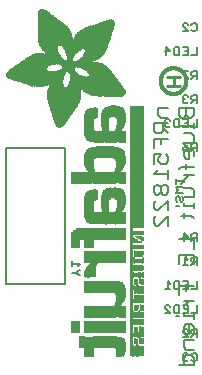
<source format=gbr>
G04 EAGLE Gerber RS-274X export*
G75*
%MOMM*%
%FSLAX34Y34*%
%LPD*%
%INSilkscreen Bottom*%
%IPPOS*%
%AMOC8*
5,1,8,0,0,1.08239X$1,22.5*%
G01*
%ADD10C,0.177800*%
%ADD11C,0.152400*%
%ADD12R,0.025400X10.363200*%
%ADD13R,0.025400X0.406400*%
%ADD14R,0.025400X0.381000*%
%ADD15R,0.025400X0.457200*%
%ADD16R,0.025400X0.431800*%
%ADD17R,0.025400X0.635000*%
%ADD18R,0.025400X0.482600*%
%ADD19R,0.025400X0.889000*%
%ADD20R,0.025400X0.863600*%
%ADD21R,0.025400X0.508000*%
%ADD22R,0.025400X0.355600*%
%ADD23R,0.025400X0.025400*%
%ADD24R,0.025400X0.330200*%
%ADD25R,0.025400X0.050800*%
%ADD26R,0.025400X0.304800*%
%ADD27R,0.025400X0.076200*%
%ADD28R,0.025400X1.016000*%
%ADD29R,0.025400X1.524000*%
%ADD30R,0.025400X0.101600*%
%ADD31R,0.025400X0.279400*%
%ADD32R,0.025400X1.498600*%
%ADD33R,0.025400X0.254000*%
%ADD34R,0.025400X0.127000*%
%ADD35R,0.025400X0.965200*%
%ADD36R,0.025400X1.447800*%
%ADD37R,0.025400X0.228600*%
%ADD38R,0.025400X0.152400*%
%ADD39R,0.025400X0.812800*%
%ADD40R,0.025400X1.295400*%
%ADD41R,0.025400X0.533400*%
%ADD42R,0.025400X0.660400*%
%ADD43R,0.025400X0.609600*%
%ADD44R,0.025400X0.558800*%
%ADD45R,0.025400X0.203200*%
%ADD46R,0.025400X0.177800*%
%ADD47R,0.025400X0.914400*%
%ADD48R,0.025400X0.685800*%
%ADD49R,0.025400X0.939800*%
%ADD50R,0.025400X0.736600*%
%ADD51R,0.025400X0.990600*%
%ADD52R,0.025400X1.219200*%
%ADD53R,0.025400X1.117600*%
%ADD54R,0.025400X1.397000*%
%ADD55R,0.025400X1.244600*%
%ADD56R,0.025400X1.473200*%
%ADD57R,0.025400X0.584200*%
%ADD58R,0.025400X1.041400*%
%ADD59R,0.025400X21.209000*%
%ADD60R,0.025400X0.787400*%
%ADD61R,0.025400X1.193800*%
%ADD62R,0.025400X1.168400*%
%ADD63R,0.025400X1.092200*%
%ADD64R,0.025400X1.066800*%
%ADD65R,0.025400X1.143000*%
%ADD66R,0.025400X1.270000*%
%ADD67R,0.025400X1.320800*%
%ADD68R,0.025400X1.422400*%
%ADD69R,0.025400X1.549400*%
%ADD70R,0.025400X0.711200*%
%ADD71R,0.025400X1.625600*%
%ADD72R,0.025400X0.762000*%
%ADD73R,0.025400X1.701800*%
%ADD74R,0.025400X1.600200*%
%ADD75R,0.025400X1.727200*%
%ADD76R,0.025400X1.651000*%
%ADD77R,0.025400X0.838200*%
%ADD78R,0.025400X1.803400*%
%ADD79R,0.025400X1.574800*%
%ADD80R,0.025400X1.854200*%
%ADD81R,0.025400X1.778000*%
%ADD82R,0.025400X1.879600*%
%ADD83R,0.025400X1.930400*%
%ADD84R,0.025400X1.981200*%
%ADD85R,0.025400X1.905000*%
%ADD86R,0.025400X2.006600*%
%ADD87R,0.025400X3.048000*%
%ADD88R,0.025400X2.997200*%
%ADD89R,0.025400X2.057400*%
%ADD90R,0.025400X3.022600*%
%ADD91R,0.025400X2.032000*%
%ADD92R,0.025400X3.073400*%
%ADD93R,0.025400X1.676400*%
%ADD94R,0.025400X1.346200*%
%ADD95R,0.025400X3.098800*%
%ADD96R,0.025400X1.828800*%
%ADD97R,0.025400X2.082800*%
%ADD98R,0.025400X2.108200*%
%ADD99R,0.025400X2.159000*%
%ADD100R,0.025400X2.184400*%
%ADD101R,0.025400X2.235200*%
%ADD102R,0.025400X2.260600*%
%ADD103R,0.025400X2.311400*%
%ADD104R,0.025400X2.362200*%
%ADD105R,0.025400X2.387600*%
%ADD106R,0.025400X2.413000*%
%ADD107R,0.025400X2.438400*%
%ADD108R,0.025400X2.133600*%
%ADD109R,0.025400X2.463800*%
%ADD110R,0.025400X2.286000*%
%ADD111R,0.025400X2.514600*%
%ADD112R,0.025400X2.540000*%
%ADD113R,0.025400X2.565400*%
%ADD114R,0.025400X2.489200*%
%ADD115R,0.025400X2.590800*%
%ADD116R,0.025400X2.971800*%
%ADD117R,0.025400X2.616200*%
%ADD118R,0.025400X2.946400*%
%ADD119R,0.025400X2.641600*%
%ADD120R,0.025400X2.667000*%
%ADD121R,0.025400X2.921000*%
%ADD122R,0.025400X2.895600*%
%ADD123R,0.025400X2.717800*%
%ADD124R,0.025400X2.692400*%
%ADD125R,0.025400X2.870200*%
%ADD126R,0.025400X2.768600*%
%ADD127R,0.025400X2.743200*%
%ADD128R,0.025400X2.844800*%
%ADD129R,0.025400X2.794000*%
%ADD130R,0.025400X2.819400*%
%ADD131R,0.025400X1.371600*%
%ADD132R,0.025400X5.892800*%
%ADD133R,0.025400X5.867400*%
%ADD134R,0.025400X5.842000*%
%ADD135R,0.025400X5.816600*%
%ADD136R,0.025400X5.791200*%
%ADD137R,0.025400X4.114800*%
%ADD138R,0.025400X3.987800*%
%ADD139R,0.025400X1.955800*%
%ADD140R,0.025400X3.962400*%
%ADD141R,0.025400X3.911600*%
%ADD142R,0.025400X3.886200*%
%ADD143R,0.025400X3.835400*%
%ADD144R,0.025400X1.752600*%
%ADD145R,0.025400X3.810000*%
%ADD146R,0.025400X3.784600*%
%ADD147R,0.025400X3.733800*%
%ADD148R,0.025400X3.708400*%
%ADD149R,0.025400X3.683000*%
%ADD150R,0.025400X2.336800*%
%ADD151R,0.025400X3.657600*%
%ADD152R,0.025400X3.632200*%
%ADD153R,0.025400X3.149600*%
%ADD154R,0.025400X3.251200*%
%ADD155R,0.025400X3.276600*%
%ADD156R,0.025400X3.352800*%
%ADD157R,0.025400X3.454400*%
%ADD158R,0.025400X3.530600*%
%ADD159R,0.025400X4.241800*%
%ADD160R,0.025400X4.267200*%
%ADD161R,0.025400X4.318000*%
%ADD162R,0.025400X4.419600*%
%ADD163R,0.025400X6.400800*%
%ADD164R,0.025400X6.502400*%
%ADD165R,0.025400X6.680200*%
%ADD166R,0.025400X6.832600*%
%ADD167R,0.025400X6.858000*%
%ADD168R,0.025400X7.010400*%
%ADD169R,0.025400X7.112000*%
%ADD170R,0.025400X7.162800*%
%ADD171R,0.025400X3.860800*%
%ADD172R,0.025400X3.302000*%
%ADD173R,0.025400X2.209800*%
%ADD174R,0.025400X3.124200*%
%ADD175R,0.025400X3.200400*%
%ADD176R,0.025400X5.029200*%
%ADD177R,0.025400X5.003800*%
%ADD178R,0.025400X4.978400*%
%ADD179R,0.025400X4.953000*%
%ADD180R,0.025400X4.927600*%
%ADD181R,0.025400X4.902200*%
%ADD182R,0.025400X4.876800*%
%ADD183R,0.025400X4.851400*%
%ADD184R,0.025400X4.826000*%
%ADD185R,0.025400X4.800600*%
%ADD186R,0.025400X4.775200*%
%ADD187R,0.025400X4.749800*%
%ADD188R,0.025400X4.724400*%
%ADD189R,0.025400X4.699000*%
%ADD190R,0.025400X3.937000*%
%ADD191R,0.025400X4.648200*%
%ADD192R,0.025400X4.597400*%
%ADD193R,0.025400X4.546600*%
%ADD194R,0.025400X4.470400*%
%ADD195R,0.025400X4.013200*%
%ADD196R,0.025400X4.394200*%
%ADD197R,0.025400X4.038600*%
%ADD198R,0.025400X4.064000*%
%ADD199R,0.025400X4.089400*%
%ADD200R,0.025400X4.140200*%
%ADD201R,0.025400X4.165600*%
%ADD202R,0.025400X4.191000*%
%ADD203R,0.025400X3.759200*%
%ADD204R,0.025400X4.216400*%
%ADD205R,0.025400X3.606800*%
%ADD206R,0.025400X4.292600*%
%ADD207R,0.025400X4.368800*%
%ADD208R,0.025400X4.445000*%
%ADD209R,0.025400X4.495800*%
%ADD210R,0.025400X4.572000*%
%ADD211R,0.025400X4.622800*%
%ADD212R,0.025400X4.673600*%
%ADD213R,0.025400X3.581400*%
%ADD214R,0.025400X3.556000*%
%ADD215R,0.025400X3.479800*%
%ADD216R,0.025400X3.403600*%
%ADD217R,0.025400X3.378200*%
%ADD218R,0.025400X3.225800*%
%ADD219C,0.304800*%
%ADD220C,0.279400*%
%ADD221C,0.203200*%


D10*
X145415Y284861D02*
X137111Y284861D01*
X137111Y278633D01*
X139187Y276557D01*
X145415Y276557D01*
X145415Y271764D02*
X132958Y271764D01*
X132958Y265535D01*
X135034Y263459D01*
X139187Y263459D01*
X141263Y265535D01*
X141263Y271764D01*
X141263Y267612D02*
X145415Y263459D01*
X145415Y258667D02*
X132958Y258667D01*
X132958Y250362D01*
X139187Y254514D02*
X139187Y258667D01*
X132958Y245569D02*
X132958Y237265D01*
X132958Y245569D02*
X139187Y245569D01*
X137111Y241417D01*
X137111Y239341D01*
X139187Y237265D01*
X143339Y237265D01*
X145415Y239341D01*
X145415Y243493D01*
X143339Y245569D01*
X137111Y232472D02*
X132958Y228320D01*
X145415Y228320D01*
X145415Y232472D02*
X145415Y224168D01*
X135034Y219375D02*
X132958Y217299D01*
X132958Y213146D01*
X135034Y211070D01*
X137111Y211070D01*
X139187Y213146D01*
X141263Y211070D01*
X143339Y211070D01*
X145415Y213146D01*
X145415Y217299D01*
X143339Y219375D01*
X141263Y219375D01*
X139187Y217299D01*
X137111Y219375D01*
X135034Y219375D01*
X139187Y217299D02*
X139187Y213146D01*
X145415Y206278D02*
X145415Y197973D01*
X137111Y197973D02*
X145415Y206278D01*
X137111Y197973D02*
X135034Y197973D01*
X132958Y200049D01*
X132958Y204201D01*
X135034Y206278D01*
X145415Y193180D02*
X145415Y184876D01*
X145415Y193180D02*
X137111Y184876D01*
X135034Y184876D01*
X132958Y186952D01*
X132958Y191104D01*
X135034Y193180D01*
X154294Y284861D02*
X166751Y284861D01*
X154294Y284861D02*
X154294Y278633D01*
X156370Y276557D01*
X158447Y276557D01*
X160523Y278633D01*
X162599Y276557D01*
X164675Y276557D01*
X166751Y278633D01*
X166751Y284861D01*
X160523Y284861D02*
X160523Y278633D01*
X154294Y271764D02*
X154294Y269688D01*
X166751Y269688D01*
X166751Y271764D02*
X166751Y267612D01*
X164675Y263032D02*
X158447Y263032D01*
X164675Y263032D02*
X166751Y260956D01*
X166751Y254728D01*
X158447Y254728D01*
X166751Y247859D02*
X166751Y243707D01*
X166751Y247859D02*
X164675Y249935D01*
X160523Y249935D01*
X158447Y247859D01*
X158447Y243707D01*
X160523Y241631D01*
X162599Y241631D01*
X162599Y249935D01*
X166751Y234762D02*
X156370Y234762D01*
X154294Y232686D01*
X160523Y232686D02*
X160523Y236838D01*
X158447Y228106D02*
X166751Y228106D01*
X162599Y228106D02*
X158447Y223954D01*
X158447Y221878D01*
X158447Y217192D02*
X164675Y217192D01*
X166751Y215116D01*
X166751Y208887D01*
X158447Y208887D01*
X158447Y204095D02*
X158447Y202019D01*
X166751Y202019D01*
X166751Y204095D02*
X166751Y199942D01*
X154294Y202019D02*
X152218Y202019D01*
X156370Y193287D02*
X164675Y193287D01*
X166751Y191211D01*
X158447Y191211D02*
X158447Y195363D01*
X154294Y173534D02*
X166751Y173534D01*
X166751Y165230D01*
X154294Y160437D02*
X154294Y152133D01*
X154294Y160437D02*
X166751Y160437D01*
X166751Y152133D01*
X160523Y156285D02*
X160523Y160437D01*
X166751Y134243D02*
X154294Y134243D01*
X154294Y125938D01*
X160523Y130090D02*
X160523Y134243D01*
X158447Y121145D02*
X166751Y121145D01*
X162599Y121145D02*
X158447Y116993D01*
X158447Y114917D01*
X158447Y110231D02*
X158447Y108155D01*
X166751Y108155D01*
X166751Y110231D02*
X166751Y106079D01*
X154294Y108155D02*
X152218Y108155D01*
X166751Y99423D02*
X166751Y95271D01*
X166751Y99423D02*
X164675Y101500D01*
X160523Y101500D01*
X158447Y99423D01*
X158447Y95271D01*
X160523Y93195D01*
X162599Y93195D01*
X162599Y101500D01*
X166751Y88402D02*
X158447Y88402D01*
X158447Y82174D01*
X160523Y80098D01*
X166751Y80098D01*
X166751Y67001D02*
X154294Y67001D01*
X166751Y67001D02*
X166751Y73229D01*
X164675Y75305D01*
X160523Y75305D01*
X158447Y73229D01*
X158447Y67001D01*
D11*
X165012Y355266D02*
X166113Y356368D01*
X168316Y356368D01*
X169418Y355266D01*
X169418Y350860D01*
X168316Y349758D01*
X166113Y349758D01*
X165012Y350860D01*
X161934Y349758D02*
X157527Y349758D01*
X157527Y354164D02*
X161934Y349758D01*
X157527Y354164D02*
X157527Y355266D01*
X158629Y356368D01*
X160832Y356368D01*
X161934Y355266D01*
X169418Y137928D02*
X169418Y131318D01*
X165012Y131318D01*
X161934Y137928D02*
X157527Y137928D01*
X161934Y137928D02*
X161934Y131318D01*
X157527Y131318D01*
X159731Y134623D02*
X161934Y134623D01*
X154450Y137928D02*
X154450Y131318D01*
X151145Y131318D01*
X150043Y132420D01*
X150043Y136826D01*
X151145Y137928D01*
X154450Y137928D01*
X146966Y135724D02*
X144762Y137928D01*
X144762Y131318D01*
X142559Y131318D02*
X146966Y131318D01*
X169418Y151638D02*
X169418Y158248D01*
X166113Y158248D01*
X165012Y157146D01*
X165012Y154943D01*
X166113Y153841D01*
X169418Y153841D01*
X167215Y153841D02*
X165012Y151638D01*
X161934Y156044D02*
X159731Y158248D01*
X159731Y151638D01*
X161934Y151638D02*
X157527Y151638D01*
X169418Y117608D02*
X169418Y110998D01*
X165012Y110998D01*
X161934Y117608D02*
X157527Y117608D01*
X161934Y117608D02*
X161934Y110998D01*
X157527Y110998D01*
X159731Y114303D02*
X161934Y114303D01*
X154450Y117608D02*
X154450Y110998D01*
X151145Y110998D01*
X150043Y112100D01*
X150043Y116506D01*
X151145Y117608D01*
X154450Y117608D01*
X146966Y110998D02*
X142559Y110998D01*
X142559Y115404D02*
X146966Y110998D01*
X142559Y115404D02*
X142559Y116506D01*
X143661Y117608D01*
X145864Y117608D01*
X146966Y116506D01*
X169418Y97288D02*
X169418Y90678D01*
X169418Y97288D02*
X166113Y97288D01*
X165012Y96186D01*
X165012Y93983D01*
X166113Y92881D01*
X169418Y92881D01*
X167215Y92881D02*
X165012Y90678D01*
X161934Y90678D02*
X157527Y90678D01*
X157527Y95084D02*
X161934Y90678D01*
X157527Y95084D02*
X157527Y96186D01*
X158629Y97288D01*
X160832Y97288D01*
X161934Y96186D01*
X169418Y268478D02*
X169418Y275088D01*
X169418Y268478D02*
X165012Y268478D01*
X161934Y275088D02*
X157527Y275088D01*
X161934Y275088D02*
X161934Y268478D01*
X157527Y268478D01*
X159731Y271783D02*
X161934Y271783D01*
X154450Y275088D02*
X154450Y268478D01*
X151145Y268478D01*
X150043Y269580D01*
X150043Y273986D01*
X151145Y275088D01*
X154450Y275088D01*
X146966Y273986D02*
X145864Y275088D01*
X143661Y275088D01*
X142559Y273986D01*
X142559Y272884D01*
X143661Y271783D01*
X144762Y271783D01*
X143661Y271783D02*
X142559Y270681D01*
X142559Y269580D01*
X143661Y268478D01*
X145864Y268478D01*
X146966Y269580D01*
X169418Y288798D02*
X169418Y295408D01*
X166113Y295408D01*
X165012Y294306D01*
X165012Y292103D01*
X166113Y291001D01*
X169418Y291001D01*
X167215Y291001D02*
X165012Y288798D01*
X161934Y294306D02*
X160832Y295408D01*
X158629Y295408D01*
X157527Y294306D01*
X157527Y293204D01*
X158629Y292103D01*
X159731Y292103D01*
X158629Y292103D02*
X157527Y291001D01*
X157527Y289900D01*
X158629Y288798D01*
X160832Y288798D01*
X161934Y289900D01*
X166113Y76968D02*
X165012Y75866D01*
X166113Y76968D02*
X168316Y76968D01*
X169418Y75866D01*
X169418Y71460D01*
X168316Y70358D01*
X166113Y70358D01*
X165012Y71460D01*
X161934Y75866D02*
X160832Y76968D01*
X158629Y76968D01*
X157527Y75866D01*
X157527Y74764D01*
X158629Y73663D01*
X159731Y73663D01*
X158629Y73663D02*
X157527Y72561D01*
X157527Y71460D01*
X158629Y70358D01*
X160832Y70358D01*
X161934Y71460D01*
D12*
X124460Y234569D03*
D13*
X124460Y179197D03*
X124460Y173863D03*
D14*
X124460Y167132D03*
D13*
X124460Y161671D03*
D15*
X124460Y155575D03*
D14*
X124460Y149352D03*
D16*
X124460Y143510D03*
D15*
X124460Y137541D03*
D17*
X124460Y130556D03*
X124460Y122682D03*
D18*
X124460Y115570D03*
D16*
X124460Y109474D03*
X124460Y103632D03*
D19*
X124460Y95250D03*
D15*
X124460Y86995D03*
D19*
X124460Y78740D03*
D12*
X124206Y234569D03*
D13*
X124206Y179197D03*
D14*
X124206Y173990D03*
X124206Y167132D03*
D15*
X124206Y161417D03*
D16*
X124206Y155448D03*
D15*
X124206Y149479D03*
D16*
X124206Y143510D03*
D15*
X124206Y137541D03*
D17*
X124206Y130556D03*
X124206Y122682D03*
D18*
X124206Y115570D03*
D16*
X124206Y109474D03*
X124206Y103632D03*
D19*
X124206Y95250D03*
D18*
X124206Y87122D03*
D19*
X124206Y78740D03*
D12*
X123952Y234569D03*
D13*
X123952Y179197D03*
D14*
X123952Y173990D03*
X123952Y167132D03*
D18*
X123952Y161290D03*
D13*
X123952Y155321D03*
D18*
X123952Y149352D03*
D16*
X123952Y143510D03*
D18*
X123952Y137668D03*
D17*
X123952Y130556D03*
X123952Y122682D03*
D18*
X123952Y115570D03*
D16*
X123952Y109474D03*
X123952Y103632D03*
D20*
X123952Y95377D03*
D21*
X123952Y86995D03*
D19*
X123952Y78740D03*
D12*
X123698Y234569D03*
D13*
X123698Y179197D03*
D22*
X123698Y174117D03*
D14*
X123698Y167132D03*
D18*
X123698Y161290D03*
D13*
X123698Y155321D03*
D18*
X123698Y149352D03*
D14*
X123698Y143510D03*
D18*
X123698Y137668D03*
D17*
X123698Y130556D03*
X123698Y122682D03*
D18*
X123698Y115570D03*
D16*
X123698Y109474D03*
X123698Y103632D03*
D20*
X123698Y95377D03*
D21*
X123698Y86995D03*
D19*
X123698Y78740D03*
D12*
X123444Y234569D03*
D13*
X123444Y179197D03*
D22*
X123444Y174117D03*
D23*
X123444Y170688D03*
D14*
X123444Y167132D03*
D18*
X123444Y161290D03*
D13*
X123444Y155321D03*
D18*
X123444Y149352D03*
D14*
X123444Y143510D03*
D18*
X123444Y137668D03*
D17*
X123444Y130556D03*
X123444Y122682D03*
D18*
X123444Y115570D03*
D16*
X123444Y109474D03*
X123444Y103632D03*
D20*
X123444Y95377D03*
D21*
X123444Y86995D03*
D19*
X123444Y78740D03*
D12*
X123190Y234569D03*
D13*
X123190Y179197D03*
D24*
X123190Y174244D03*
D25*
X123190Y170815D03*
D14*
X123190Y167132D03*
D18*
X123190Y161290D03*
D13*
X123190Y155321D03*
D18*
X123190Y149352D03*
D14*
X123190Y143510D03*
D18*
X123190Y137668D03*
D17*
X123190Y130556D03*
X123190Y122682D03*
D15*
X123190Y115697D03*
D16*
X123190Y109474D03*
X123190Y103632D03*
D20*
X123190Y95377D03*
D21*
X123190Y86995D03*
D20*
X123190Y78613D03*
D12*
X122936Y234569D03*
D13*
X122936Y179197D03*
D24*
X122936Y174244D03*
D25*
X122936Y170815D03*
D14*
X122936Y167132D03*
D18*
X122936Y161290D03*
D13*
X122936Y155321D03*
D18*
X122936Y149352D03*
D14*
X122936Y143510D03*
D18*
X122936Y137668D03*
D17*
X122936Y130556D03*
X122936Y122682D03*
D15*
X122936Y115697D03*
D16*
X122936Y109474D03*
X122936Y103632D03*
D20*
X122936Y95377D03*
D21*
X122936Y86995D03*
D20*
X122936Y78613D03*
D12*
X122682Y234569D03*
D13*
X122682Y179197D03*
D26*
X122682Y174371D03*
D27*
X122682Y170942D03*
D14*
X122682Y167132D03*
D18*
X122682Y161290D03*
D13*
X122682Y155321D03*
D18*
X122682Y149352D03*
D28*
X122682Y140335D03*
D17*
X122682Y130556D03*
X122682Y122682D03*
D15*
X122682Y115697D03*
X122682Y109601D03*
D16*
X122682Y103632D03*
D29*
X122682Y92075D03*
D20*
X122682Y78613D03*
D12*
X122428Y234569D03*
D13*
X122428Y179197D03*
D26*
X122428Y174371D03*
D30*
X122428Y171069D03*
D14*
X122428Y167132D03*
D18*
X122428Y161290D03*
D14*
X122428Y155194D03*
D18*
X122428Y149352D03*
D28*
X122428Y140335D03*
D17*
X122428Y130556D03*
X122428Y122682D03*
D15*
X122428Y115697D03*
X122428Y109601D03*
D16*
X122428Y103632D03*
D29*
X122428Y92075D03*
D19*
X122428Y78740D03*
D12*
X122174Y234569D03*
D13*
X122174Y179197D03*
D31*
X122174Y174498D03*
D30*
X122174Y171069D03*
D14*
X122174Y167132D03*
D21*
X122174Y161163D03*
D14*
X122174Y155194D03*
D18*
X122174Y149352D03*
D28*
X122174Y140335D03*
D17*
X122174Y130556D03*
X122174Y122682D03*
D15*
X122174Y115697D03*
X122174Y109601D03*
D16*
X122174Y103632D03*
D32*
X122174Y92202D03*
D19*
X122174Y78740D03*
D12*
X121920Y234569D03*
D13*
X121920Y179197D03*
D31*
X121920Y174498D03*
D30*
X121920Y171069D03*
D14*
X121920Y167132D03*
D21*
X121920Y161163D03*
D14*
X121920Y155194D03*
D18*
X121920Y149352D03*
D28*
X121920Y140335D03*
D17*
X121920Y130556D03*
X121920Y122682D03*
D16*
X121920Y115824D03*
D18*
X121920Y109728D03*
D16*
X121920Y103632D03*
D32*
X121920Y92202D03*
D19*
X121920Y78740D03*
D12*
X121666Y234569D03*
D13*
X121666Y179197D03*
D33*
X121666Y174625D03*
D34*
X121666Y171196D03*
D14*
X121666Y167132D03*
D21*
X121666Y161163D03*
D14*
X121666Y155194D03*
D18*
X121666Y149352D03*
D35*
X121666Y140589D03*
D17*
X121666Y130556D03*
X121666Y122682D03*
D18*
X121666Y109728D03*
D16*
X121666Y103632D03*
D36*
X121666Y92456D03*
D19*
X121666Y78740D03*
D12*
X121412Y234569D03*
D13*
X121412Y179197D03*
D37*
X121412Y174752D03*
D38*
X121412Y171323D03*
D14*
X121412Y167132D03*
D21*
X121412Y161163D03*
D14*
X121412Y155194D03*
D18*
X121412Y149352D03*
D39*
X121412Y141351D03*
D17*
X121412Y130556D03*
X121412Y122682D03*
D21*
X121412Y109855D03*
D16*
X121412Y103632D03*
D40*
X121412Y93218D03*
D19*
X121412Y78740D03*
D12*
X121158Y234569D03*
D13*
X121158Y179197D03*
D37*
X121158Y174752D03*
D38*
X121158Y171323D03*
D14*
X121158Y167132D03*
D21*
X121158Y161163D03*
D14*
X121158Y155194D03*
D18*
X121158Y149352D03*
D41*
X121158Y142748D03*
D42*
X121158Y130683D03*
D17*
X121158Y122682D03*
D43*
X121158Y110363D03*
D16*
X121158Y103632D03*
D44*
X121158Y92329D03*
D19*
X121158Y78740D03*
D12*
X120904Y234569D03*
D13*
X120904Y179197D03*
D45*
X120904Y174879D03*
D46*
X120904Y171450D03*
D14*
X120904Y167132D03*
D21*
X120904Y161163D03*
D14*
X120904Y155194D03*
D18*
X120904Y149352D03*
D15*
X120904Y143129D03*
D42*
X120904Y130683D03*
D17*
X120904Y122682D03*
D44*
X120904Y110109D03*
D16*
X120904Y103632D03*
D18*
X120904Y92710D03*
D47*
X120904Y78867D03*
D12*
X120650Y234569D03*
D13*
X120650Y179197D03*
D45*
X120650Y174879D03*
D46*
X120650Y171450D03*
D14*
X120650Y167132D03*
D21*
X120650Y161163D03*
D14*
X120650Y155194D03*
D18*
X120650Y149352D03*
D15*
X120650Y143129D03*
D48*
X120650Y130810D03*
D17*
X120650Y122682D03*
D21*
X120650Y109855D03*
D16*
X120650Y103632D03*
D18*
X120650Y92710D03*
D49*
X120650Y78994D03*
D12*
X120396Y234569D03*
D13*
X120396Y179197D03*
D46*
X120396Y175006D03*
X120396Y171450D03*
D14*
X120396Y167132D03*
D21*
X120396Y161163D03*
D14*
X120396Y155194D03*
D18*
X120396Y149352D03*
D16*
X120396Y143256D03*
D50*
X120396Y131064D03*
D17*
X120396Y122682D03*
D13*
X120396Y115951D03*
D18*
X120396Y109728D03*
D16*
X120396Y103632D03*
D15*
X120396Y92837D03*
D51*
X120396Y79248D03*
D12*
X120142Y234569D03*
D13*
X120142Y179197D03*
D46*
X120142Y175006D03*
D45*
X120142Y171577D03*
D14*
X120142Y167132D03*
D21*
X120142Y161163D03*
D14*
X120142Y155194D03*
D18*
X120142Y149352D03*
D13*
X120142Y143383D03*
D35*
X120142Y132207D03*
D17*
X120142Y122682D03*
D15*
X120142Y115697D03*
X120142Y109601D03*
D16*
X120142Y103632D03*
D15*
X120142Y92837D03*
D52*
X120142Y80391D03*
D12*
X119888Y234569D03*
D13*
X119888Y179197D03*
D38*
X119888Y175133D03*
D37*
X119888Y171704D03*
D14*
X119888Y167132D03*
D21*
X119888Y161163D03*
D14*
X119888Y155194D03*
D18*
X119888Y149352D03*
D13*
X119888Y143383D03*
D53*
X119888Y132969D03*
D17*
X119888Y122682D03*
D15*
X119888Y115697D03*
X119888Y109601D03*
D16*
X119888Y103632D03*
D47*
X119888Y95123D03*
D54*
X119888Y81280D03*
D12*
X119634Y234569D03*
D13*
X119634Y179197D03*
D38*
X119634Y175133D03*
D37*
X119634Y171704D03*
D14*
X119634Y167132D03*
D21*
X119634Y161163D03*
D14*
X119634Y155194D03*
D18*
X119634Y149352D03*
D13*
X119634Y143383D03*
D55*
X119634Y133604D03*
D17*
X119634Y122682D03*
D18*
X119634Y115570D03*
D16*
X119634Y109474D03*
X119634Y103632D03*
D19*
X119634Y95250D03*
D56*
X119634Y81661D03*
D12*
X119380Y234569D03*
D13*
X119380Y179197D03*
D34*
X119380Y175260D03*
D33*
X119380Y171831D03*
D14*
X119380Y167132D03*
D18*
X119380Y161290D03*
D14*
X119380Y155194D03*
D18*
X119380Y149352D03*
D13*
X119380Y143383D03*
D55*
X119380Y133604D03*
D17*
X119380Y122682D03*
D18*
X119380Y115570D03*
D16*
X119380Y109474D03*
X119380Y103632D03*
D19*
X119380Y95250D03*
D32*
X119380Y81788D03*
D12*
X119126Y234569D03*
D13*
X119126Y179197D03*
D34*
X119126Y175260D03*
D33*
X119126Y171831D03*
D14*
X119126Y167132D03*
D18*
X119126Y161290D03*
D14*
X119126Y155194D03*
D18*
X119126Y149352D03*
D13*
X119126Y143383D03*
D55*
X119126Y133604D03*
D17*
X119126Y122682D03*
D18*
X119126Y115570D03*
D16*
X119126Y109474D03*
X119126Y103632D03*
D19*
X119126Y95250D03*
D32*
X119126Y81788D03*
D12*
X118872Y234569D03*
D13*
X118872Y179197D03*
D30*
X118872Y175387D03*
D31*
X118872Y171958D03*
D14*
X118872Y167132D03*
D18*
X118872Y161290D03*
D13*
X118872Y155321D03*
D18*
X118872Y149352D03*
D13*
X118872Y143383D03*
D55*
X118872Y133604D03*
D17*
X118872Y122682D03*
D18*
X118872Y115570D03*
D16*
X118872Y109474D03*
X118872Y103632D03*
D19*
X118872Y95250D03*
D32*
X118872Y81788D03*
D12*
X118618Y234569D03*
D13*
X118618Y179197D03*
D30*
X118618Y175387D03*
D31*
X118618Y171958D03*
D14*
X118618Y167132D03*
D18*
X118618Y161290D03*
D13*
X118618Y155321D03*
D18*
X118618Y149352D03*
D13*
X118618Y143383D03*
D55*
X118618Y133604D03*
D17*
X118618Y122682D03*
D18*
X118618Y115570D03*
D16*
X118618Y109474D03*
X118618Y103632D03*
D19*
X118618Y95250D03*
D32*
X118618Y81788D03*
D12*
X118364Y234569D03*
D13*
X118364Y179197D03*
D27*
X118364Y175514D03*
D26*
X118364Y172085D03*
D14*
X118364Y167132D03*
D18*
X118364Y161290D03*
D13*
X118364Y155321D03*
D18*
X118364Y149352D03*
D13*
X118364Y143383D03*
D15*
X118364Y137541D03*
D42*
X118364Y130683D03*
D17*
X118364Y122682D03*
D18*
X118364Y115570D03*
D16*
X118364Y109474D03*
X118364Y103632D03*
D19*
X118364Y95250D03*
D15*
X118364Y86995D03*
D19*
X118364Y78740D03*
D12*
X118110Y234569D03*
D13*
X118110Y179197D03*
D27*
X118110Y175514D03*
D26*
X118110Y172085D03*
D14*
X118110Y167132D03*
D18*
X118110Y161290D03*
D13*
X118110Y155321D03*
D18*
X118110Y149352D03*
D13*
X118110Y143383D03*
D16*
X118110Y137668D03*
D42*
X118110Y130683D03*
D17*
X118110Y122682D03*
D18*
X118110Y115570D03*
D16*
X118110Y109474D03*
X118110Y103632D03*
D19*
X118110Y95250D03*
D15*
X118110Y86995D03*
D19*
X118110Y78740D03*
D12*
X117856Y234569D03*
D13*
X117856Y179197D03*
D27*
X117856Y175514D03*
D24*
X117856Y172212D03*
D14*
X117856Y167132D03*
D18*
X117856Y161290D03*
D13*
X117856Y155321D03*
D18*
X117856Y149352D03*
D13*
X117856Y143383D03*
D16*
X117856Y137668D03*
D42*
X117856Y130683D03*
D17*
X117856Y122682D03*
D18*
X117856Y115570D03*
D16*
X117856Y109474D03*
X117856Y103632D03*
D19*
X117856Y95250D03*
D15*
X117856Y86995D03*
D19*
X117856Y78740D03*
D12*
X117602Y234569D03*
D13*
X117602Y179197D03*
D22*
X117602Y172339D03*
D14*
X117602Y167132D03*
D18*
X117602Y161290D03*
D13*
X117602Y155321D03*
D18*
X117602Y149352D03*
D13*
X117602Y143383D03*
D16*
X117602Y137668D03*
D42*
X117602Y130683D03*
D17*
X117602Y122682D03*
D18*
X117602Y115570D03*
D16*
X117602Y109474D03*
X117602Y103632D03*
D19*
X117602Y95250D03*
D15*
X117602Y86995D03*
D19*
X117602Y78740D03*
D12*
X117348Y234569D03*
D13*
X117348Y179197D03*
D22*
X117348Y172339D03*
D14*
X117348Y167132D03*
D15*
X117348Y161417D03*
D16*
X117348Y155448D03*
D18*
X117348Y149352D03*
D13*
X117348Y143383D03*
D16*
X117348Y137668D03*
D42*
X117348Y130683D03*
D17*
X117348Y122682D03*
D15*
X117348Y115697D03*
D16*
X117348Y109474D03*
X117348Y103632D03*
D19*
X117348Y95250D03*
D15*
X117348Y86995D03*
D19*
X117348Y78740D03*
D12*
X117094Y234569D03*
D13*
X117094Y179197D03*
D22*
X117094Y172339D03*
D14*
X117094Y167132D03*
D16*
X117094Y161544D03*
X117094Y155448D03*
D18*
X117094Y149352D03*
D13*
X117094Y143383D03*
D16*
X117094Y137668D03*
D42*
X117094Y130683D03*
D17*
X117094Y122682D03*
D15*
X117094Y115697D03*
D16*
X117094Y109474D03*
X117094Y103632D03*
D47*
X117094Y95123D03*
D15*
X117094Y86995D03*
D19*
X117094Y78740D03*
D12*
X116840Y234569D03*
D13*
X116840Y179197D03*
D14*
X116840Y172466D03*
X116840Y167132D03*
D15*
X116840Y155575D03*
D18*
X116840Y149352D03*
D13*
X116840Y143383D03*
D26*
X116840Y132461D03*
X116840Y121031D03*
D15*
X116840Y109601D03*
D16*
X116840Y103632D03*
D14*
X116840Y92456D03*
D47*
X116840Y78867D03*
D12*
X116586Y234569D03*
D13*
X116586Y179197D03*
X116586Y172593D03*
D14*
X116586Y167132D03*
D15*
X116586Y155575D03*
D18*
X116586Y149352D03*
D16*
X116586Y143256D03*
D26*
X116586Y132461D03*
X116586Y121031D03*
D18*
X116586Y109728D03*
D16*
X116586Y103632D03*
D14*
X116586Y92456D03*
D47*
X116586Y78867D03*
D12*
X116332Y234569D03*
D13*
X116332Y179197D03*
X116332Y172593D03*
D14*
X116332Y167132D03*
D18*
X116332Y155702D03*
X116332Y149352D03*
D16*
X116332Y143256D03*
D24*
X116332Y132588D03*
D26*
X116332Y121031D03*
D18*
X116332Y109728D03*
D16*
X116332Y103632D03*
D14*
X116332Y92456D03*
D49*
X116332Y78994D03*
D12*
X116078Y234569D03*
D13*
X116078Y179197D03*
D16*
X116078Y172720D03*
D14*
X116078Y167132D03*
D41*
X116078Y155956D03*
D18*
X116078Y149352D03*
D15*
X116078Y143129D03*
D22*
X116078Y132715D03*
D26*
X116078Y121031D03*
D21*
X116078Y109855D03*
D16*
X116078Y103632D03*
D13*
X116078Y92329D03*
D49*
X116078Y78994D03*
D12*
X115824Y234569D03*
D13*
X115824Y179197D03*
D16*
X115824Y172720D03*
D14*
X115824Y167132D03*
D57*
X115824Y156210D03*
D18*
X115824Y149352D03*
D21*
X115824Y142875D03*
D14*
X115824Y132842D03*
D26*
X115824Y121031D03*
D41*
X115824Y109982D03*
D16*
X115824Y103632D03*
D15*
X115824Y92075D03*
D51*
X115824Y79248D03*
D12*
X115570Y234569D03*
D13*
X115570Y179197D03*
D15*
X115570Y172847D03*
D14*
X115570Y167132D03*
D42*
X115570Y156591D03*
D18*
X115570Y149352D03*
D44*
X115570Y142621D03*
D16*
X115570Y133096D03*
D26*
X115570Y121031D03*
D57*
X115570Y110236D03*
D16*
X115570Y103632D03*
D21*
X115570Y91821D03*
D58*
X115570Y79502D03*
D59*
X115316Y180340D03*
X115062Y180340D03*
X114808Y180340D03*
X114554Y180340D03*
X114300Y180340D03*
X114046Y180340D03*
D27*
X109474Y298196D03*
D26*
X109474Y83185D03*
X109220Y298069D03*
D19*
X109220Y276352D03*
D35*
X109220Y260223D03*
D50*
X109220Y240792D03*
D49*
X109220Y225298D03*
D19*
X109220Y207010D03*
D35*
X109220Y191135D03*
X109220Y177927D03*
X109220Y158115D03*
D60*
X109220Y128016D03*
D35*
X109220Y112141D03*
X109220Y99187D03*
D39*
X109220Y82677D03*
D13*
X108966Y298069D03*
D61*
X108966Y276352D03*
D35*
X108966Y260223D03*
D58*
X108966Y241046D03*
D49*
X108966Y225298D03*
D62*
X108966Y207137D03*
D35*
X108966Y191135D03*
X108966Y177927D03*
X108966Y158115D03*
D63*
X108966Y128016D03*
D35*
X108966Y112141D03*
X108966Y99187D03*
D64*
X108966Y82169D03*
D15*
X108712Y298069D03*
D55*
X108712Y276352D03*
D35*
X108712Y260223D03*
D65*
X108712Y241046D03*
D49*
X108712Y225298D03*
D55*
X108712Y207010D03*
D35*
X108712Y191135D03*
X108712Y177927D03*
X108712Y158115D03*
D62*
X108712Y128143D03*
D35*
X108712Y112141D03*
X108712Y99187D03*
D62*
X108712Y82169D03*
D41*
X108458Y298196D03*
D54*
X108458Y276352D03*
D35*
X108458Y260223D03*
D66*
X108458Y241173D03*
D49*
X108458Y225298D03*
D54*
X108458Y207010D03*
D35*
X108458Y191135D03*
X108458Y177927D03*
X108458Y158115D03*
D67*
X108458Y128143D03*
D35*
X108458Y112141D03*
X108458Y99187D03*
D67*
X108458Y81915D03*
D43*
X108204Y298069D03*
D32*
X108204Y276352D03*
D35*
X108204Y260223D03*
D54*
X108204Y241300D03*
D49*
X108204Y225298D03*
D32*
X108204Y207010D03*
D35*
X108204Y191135D03*
X108204Y177927D03*
X108204Y158115D03*
D68*
X108204Y128143D03*
D35*
X108204Y112141D03*
X108204Y99187D03*
D56*
X108204Y81661D03*
D42*
X107950Y298323D03*
D29*
X107950Y276225D03*
D35*
X107950Y260223D03*
D68*
X107950Y241173D03*
D49*
X107950Y225298D03*
D69*
X107950Y207010D03*
D35*
X107950Y191135D03*
X107950Y177927D03*
X107950Y158115D03*
D56*
X107950Y128143D03*
D35*
X107950Y112141D03*
X107950Y99187D03*
D56*
X107950Y81661D03*
D70*
X107696Y298323D03*
D71*
X107696Y276225D03*
D35*
X107696Y260223D03*
D29*
X107696Y241173D03*
D49*
X107696Y225298D03*
D71*
X107696Y206883D03*
D35*
X107696Y191135D03*
X107696Y177927D03*
X107696Y158115D03*
D69*
X107696Y128016D03*
D35*
X107696Y112141D03*
X107696Y99187D03*
D29*
X107696Y81915D03*
D72*
X107442Y298577D03*
D73*
X107442Y276098D03*
D35*
X107442Y260223D03*
D74*
X107442Y241046D03*
D49*
X107442Y225298D03*
D73*
X107442Y206756D03*
D35*
X107442Y191135D03*
X107442Y177927D03*
X107442Y158115D03*
D74*
X107442Y128016D03*
D35*
X107442Y112141D03*
X107442Y99187D03*
D69*
X107442Y82042D03*
D39*
X107188Y298577D03*
D75*
X107188Y275971D03*
D35*
X107188Y260223D03*
D76*
X107188Y241046D03*
D49*
X107188Y225298D03*
D75*
X107188Y206883D03*
D35*
X107188Y191135D03*
X107188Y177927D03*
X107188Y158115D03*
D76*
X107188Y128016D03*
D35*
X107188Y112141D03*
X107188Y99187D03*
D69*
X107188Y82042D03*
D77*
X106934Y298704D03*
D78*
X106934Y276098D03*
D35*
X106934Y260223D03*
D73*
X106934Y241046D03*
D49*
X106934Y225298D03*
D78*
X106934Y206756D03*
D35*
X106934Y191135D03*
X106934Y177927D03*
X106934Y158115D03*
D73*
X106934Y128016D03*
D35*
X106934Y112141D03*
X106934Y99187D03*
D79*
X106934Y82169D03*
D47*
X106680Y298831D03*
D80*
X106680Y275844D03*
D35*
X106680Y260223D03*
D81*
X106680Y240919D03*
D49*
X106680Y225298D03*
D80*
X106680Y206502D03*
D35*
X106680Y191135D03*
X106680Y177927D03*
X106680Y158115D03*
D81*
X106680Y127889D03*
D35*
X106680Y112141D03*
X106680Y99187D03*
D74*
X106680Y82296D03*
D47*
X106426Y298831D03*
D82*
X106426Y275717D03*
D35*
X106426Y260223D03*
D81*
X106426Y240919D03*
D49*
X106426Y225298D03*
D82*
X106426Y206375D03*
D35*
X106426Y191135D03*
X106426Y177927D03*
X106426Y158115D03*
D78*
X106426Y127762D03*
D35*
X106426Y112141D03*
X106426Y99187D03*
D74*
X106426Y82296D03*
D35*
X106172Y299085D03*
D83*
X106172Y275717D03*
D35*
X106172Y260223D03*
D80*
X106172Y240792D03*
D49*
X106172Y225298D03*
D83*
X106172Y206375D03*
D35*
X106172Y191135D03*
X106172Y177927D03*
X106172Y158115D03*
D80*
X106172Y127762D03*
D35*
X106172Y112141D03*
X106172Y99187D03*
D71*
X106172Y82423D03*
D28*
X105918Y299339D03*
D84*
X105918Y275463D03*
D35*
X105918Y260223D03*
D85*
X105918Y240792D03*
D49*
X105918Y225298D03*
D86*
X105918Y206248D03*
D35*
X105918Y191135D03*
X105918Y177927D03*
X105918Y158115D03*
D85*
X105918Y127508D03*
D35*
X105918Y112141D03*
X105918Y99187D03*
D71*
X105918Y82423D03*
D58*
X105664Y299466D03*
D86*
X105664Y275590D03*
D35*
X105664Y260223D03*
D84*
X105664Y240665D03*
D49*
X105664Y225298D03*
D86*
X105664Y206248D03*
D35*
X105664Y191135D03*
X105664Y177927D03*
X105664Y158115D03*
D83*
X105664Y127635D03*
D35*
X105664Y112141D03*
X105664Y99187D03*
D71*
X105664Y82423D03*
D63*
X105410Y299720D03*
D87*
X105410Y270637D03*
D86*
X105410Y240538D03*
D49*
X105410Y225298D03*
D88*
X105410Y201295D03*
D35*
X105410Y177927D03*
X105410Y158115D03*
D84*
X105410Y127381D03*
D35*
X105410Y112141D03*
X105410Y99187D03*
D71*
X105410Y82423D03*
D53*
X105156Y299847D03*
D87*
X105156Y270637D03*
D89*
X105156Y240538D03*
D49*
X105156Y225298D03*
D90*
X105156Y201422D03*
D35*
X105156Y177927D03*
X105156Y158115D03*
D91*
X105156Y127381D03*
D35*
X105156Y112141D03*
X105156Y99187D03*
D76*
X105156Y82550D03*
D65*
X104902Y299974D03*
D87*
X104902Y270637D03*
D90*
X104902Y235712D03*
X104902Y201422D03*
D35*
X104902Y177927D03*
X104902Y158115D03*
D90*
X104902Y122428D03*
D35*
X104902Y99187D03*
D76*
X104902Y82550D03*
D61*
X104648Y300228D03*
D87*
X104648Y270637D03*
D90*
X104648Y235712D03*
X104648Y201422D03*
D35*
X104648Y177927D03*
X104648Y158115D03*
D90*
X104648Y122428D03*
D35*
X104648Y99187D03*
D76*
X104648Y82550D03*
D61*
X104394Y300228D03*
D87*
X104394Y270637D03*
D90*
X104394Y235712D03*
X104394Y201422D03*
D35*
X104394Y177927D03*
X104394Y158115D03*
D90*
X104394Y122428D03*
D35*
X104394Y99187D03*
D76*
X104394Y82550D03*
D55*
X104140Y300482D03*
D92*
X104140Y270764D03*
D87*
X104140Y235839D03*
X104140Y201549D03*
D35*
X104140Y177927D03*
X104140Y158115D03*
D87*
X104140Y122555D03*
D35*
X104140Y99187D03*
D76*
X104140Y82550D03*
D40*
X103886Y300736D03*
D92*
X103886Y270764D03*
X103886Y235966D03*
D87*
X103886Y201549D03*
D35*
X103886Y177927D03*
X103886Y158115D03*
D87*
X103886Y122555D03*
D35*
X103886Y99187D03*
D93*
X103886Y82677D03*
D67*
X103632Y300863D03*
D92*
X103632Y270764D03*
X103632Y235966D03*
D87*
X103632Y201549D03*
D35*
X103632Y177927D03*
X103632Y158115D03*
D87*
X103632Y122555D03*
D35*
X103632Y99187D03*
D93*
X103632Y82677D03*
D94*
X103378Y300990D03*
D92*
X103378Y270764D03*
X103378Y235966D03*
D87*
X103378Y201549D03*
D35*
X103378Y177927D03*
X103378Y158115D03*
D87*
X103378Y122555D03*
D35*
X103378Y99187D03*
D93*
X103378Y82677D03*
D54*
X103124Y301244D03*
D92*
X103124Y270764D03*
X103124Y235966D03*
X103124Y201676D03*
D35*
X103124Y177927D03*
X103124Y158115D03*
D87*
X103124Y122555D03*
D35*
X103124Y99187D03*
D93*
X103124Y82677D03*
D68*
X102870Y301371D03*
D92*
X102870Y270764D03*
X102870Y235966D03*
X102870Y201676D03*
D35*
X102870Y177927D03*
X102870Y158115D03*
D87*
X102870Y122555D03*
D35*
X102870Y99187D03*
D93*
X102870Y82677D03*
D36*
X102616Y301498D03*
D92*
X102616Y270764D03*
D95*
X102616Y236093D03*
D92*
X102616Y201676D03*
D35*
X102616Y177927D03*
X102616Y158115D03*
D87*
X102616Y122555D03*
D35*
X102616Y99187D03*
D93*
X102616Y82677D03*
D32*
X102362Y301752D03*
D64*
X102362Y280797D03*
D36*
X102362Y262636D03*
D95*
X102362Y236093D03*
D64*
X102362Y211709D03*
D68*
X102362Y193421D03*
D35*
X102362Y177927D03*
X102362Y158115D03*
D87*
X102362Y122555D03*
D35*
X102362Y99187D03*
D93*
X102362Y82677D03*
D29*
X102108Y301879D03*
D28*
X102108Y281051D03*
D94*
X102108Y262128D03*
D95*
X102108Y236093D03*
D58*
X102108Y211836D03*
D94*
X102108Y193040D03*
D35*
X102108Y177927D03*
X102108Y158115D03*
D87*
X102108Y122555D03*
D35*
X102108Y99187D03*
D93*
X102108Y82677D03*
D69*
X101854Y302006D03*
D51*
X101854Y281432D03*
D55*
X101854Y261620D03*
D95*
X101854Y236093D03*
D51*
X101854Y212090D03*
D52*
X101854Y192405D03*
D35*
X101854Y177927D03*
X101854Y158115D03*
D92*
X101854Y122682D03*
D35*
X101854Y99187D03*
D93*
X101854Y82677D03*
D74*
X101600Y302260D03*
D35*
X101600Y281559D03*
D62*
X101600Y261239D03*
D95*
X101600Y236093D03*
D35*
X101600Y212217D03*
D65*
X101600Y192024D03*
D35*
X101600Y177927D03*
X101600Y158115D03*
D92*
X101600Y122682D03*
D35*
X101600Y99187D03*
D53*
X101600Y85471D03*
D71*
X101346Y302387D03*
D35*
X101346Y281559D03*
D65*
X101346Y261112D03*
X101346Y245872D03*
D67*
X101346Y227203D03*
D35*
X101346Y212217D03*
D53*
X101346Y191897D03*
D35*
X101346Y177927D03*
X101346Y158115D03*
D65*
X101346Y132334D03*
D67*
X101346Y113919D03*
D35*
X101346Y99187D03*
D58*
X101346Y85852D03*
D76*
X101092Y302514D03*
D49*
X101092Y281686D03*
D64*
X101092Y260731D03*
D58*
X101092Y246380D03*
D61*
X101092Y226568D03*
D49*
X101092Y212344D03*
D58*
X101092Y191516D03*
D35*
X101092Y177927D03*
X101092Y158115D03*
D64*
X101092Y132715D03*
D52*
X101092Y113411D03*
D35*
X101092Y99187D03*
D28*
X101092Y85979D03*
D73*
X100838Y302768D03*
D49*
X100838Y281686D03*
D28*
X100838Y260477D03*
X100838Y246507D03*
D63*
X100838Y226060D03*
D49*
X100838Y212344D03*
D51*
X100838Y191262D03*
D35*
X100838Y177927D03*
X100838Y158115D03*
D58*
X100838Y132842D03*
D53*
X100838Y112903D03*
D35*
X100838Y99187D03*
D51*
X100838Y86106D03*
D75*
X100584Y302895D03*
D49*
X100584Y281686D03*
D35*
X100584Y260223D03*
D28*
X100584Y246761D03*
D64*
X100584Y225933D03*
D49*
X100584Y212344D03*
D35*
X100584Y191135D03*
X100584Y177927D03*
X100584Y158115D03*
D28*
X100584Y132969D03*
D64*
X100584Y112649D03*
D35*
X100584Y99187D03*
D51*
X100584Y86106D03*
D46*
X100330Y355600D03*
D81*
X100330Y303149D03*
D49*
X100330Y281686D03*
D35*
X100330Y260223D03*
D28*
X100330Y246761D03*
D51*
X100330Y225552D03*
D47*
X100330Y212471D03*
D35*
X100330Y191135D03*
X100330Y177927D03*
X100330Y158115D03*
D28*
X100330Y132969D03*
D51*
X100330Y112268D03*
D35*
X100330Y99187D03*
D51*
X100330Y86106D03*
D14*
X100076Y355346D03*
D78*
X100076Y303276D03*
D49*
X100076Y281686D03*
D35*
X100076Y260223D03*
D51*
X100076Y246888D03*
D49*
X100076Y225298D03*
D47*
X100076Y212471D03*
D35*
X100076Y191135D03*
X100076Y177927D03*
X100076Y158115D03*
D51*
X100076Y133096D03*
D35*
X100076Y112141D03*
X100076Y99187D03*
X100076Y86233D03*
D15*
X99822Y355473D03*
D96*
X99822Y303403D03*
D49*
X99822Y281686D03*
D35*
X99822Y260223D03*
D51*
X99822Y246888D03*
D49*
X99822Y225298D03*
D47*
X99822Y212471D03*
D35*
X99822Y191135D03*
X99822Y177927D03*
X99822Y158115D03*
D51*
X99822Y133096D03*
D35*
X99822Y112141D03*
X99822Y99187D03*
X99822Y86233D03*
D57*
X99568Y355092D03*
D82*
X99568Y303657D03*
D49*
X99568Y281686D03*
D35*
X99568Y260223D03*
D51*
X99568Y246888D03*
D49*
X99568Y225298D03*
D47*
X99568Y212471D03*
D35*
X99568Y191135D03*
X99568Y177927D03*
X99568Y158115D03*
D51*
X99568Y133096D03*
D35*
X99568Y112141D03*
X99568Y99187D03*
X99568Y86233D03*
D70*
X99314Y354711D03*
D83*
X99314Y303911D03*
D49*
X99314Y281686D03*
D35*
X99314Y260223D03*
X99314Y247015D03*
D49*
X99314Y225298D03*
D47*
X99314Y212471D03*
D35*
X99314Y191135D03*
X99314Y177927D03*
X99314Y158115D03*
D51*
X99314Y133096D03*
D35*
X99314Y112141D03*
X99314Y99187D03*
X99314Y86233D03*
D60*
X99060Y354584D03*
D83*
X99060Y303911D03*
D49*
X99060Y281686D03*
D35*
X99060Y260223D03*
X99060Y247015D03*
D49*
X99060Y225298D03*
D47*
X99060Y212471D03*
D35*
X99060Y191135D03*
X99060Y177927D03*
X99060Y158115D03*
D51*
X99060Y133096D03*
D35*
X99060Y112141D03*
X99060Y99187D03*
X99060Y86233D03*
D47*
X98806Y354203D03*
D84*
X98806Y304165D03*
D49*
X98806Y281686D03*
D35*
X98806Y260223D03*
X98806Y247269D03*
D49*
X98806Y225298D03*
D47*
X98806Y212471D03*
D35*
X98806Y191135D03*
X98806Y177927D03*
X98806Y158115D03*
X98806Y133223D03*
X98806Y112141D03*
X98806Y99187D03*
X98806Y86233D03*
D51*
X98552Y353822D03*
D86*
X98552Y304292D03*
D49*
X98552Y281686D03*
D35*
X98552Y260223D03*
X98552Y247269D03*
D49*
X98552Y225298D03*
D47*
X98552Y212471D03*
D35*
X98552Y191135D03*
X98552Y177927D03*
X98552Y158115D03*
X98552Y133223D03*
X98552Y112141D03*
X98552Y99187D03*
X98552Y86233D03*
D64*
X98298Y353695D03*
D91*
X98298Y304419D03*
D49*
X98298Y281686D03*
D35*
X98298Y260223D03*
X98298Y247269D03*
D49*
X98298Y225298D03*
D47*
X98298Y212471D03*
D35*
X98298Y191135D03*
X98298Y177927D03*
X98298Y158115D03*
X98298Y133223D03*
X98298Y112141D03*
X98298Y99187D03*
X98298Y86233D03*
D62*
X98044Y353187D03*
D97*
X98044Y304673D03*
D49*
X98044Y281686D03*
D35*
X98044Y260223D03*
X98044Y247269D03*
D49*
X98044Y225298D03*
D47*
X98044Y212471D03*
D35*
X98044Y191135D03*
X98044Y177927D03*
X98044Y158115D03*
X98044Y133223D03*
X98044Y112141D03*
X98044Y99187D03*
X98044Y86233D03*
D66*
X97790Y352933D03*
D98*
X97790Y304800D03*
D47*
X97790Y281559D03*
D35*
X97790Y260223D03*
X97790Y247269D03*
D49*
X97790Y225298D03*
D47*
X97790Y212471D03*
D35*
X97790Y191135D03*
X97790Y177927D03*
X97790Y158115D03*
X97790Y133223D03*
X97790Y112141D03*
X97790Y99187D03*
X97790Y86233D03*
D67*
X97536Y352679D03*
D99*
X97536Y305054D03*
D47*
X97536Y281559D03*
D35*
X97536Y260223D03*
X97536Y247269D03*
D49*
X97536Y225298D03*
D47*
X97536Y212471D03*
D35*
X97536Y191135D03*
X97536Y177927D03*
X97536Y158115D03*
X97536Y133223D03*
X97536Y112141D03*
X97536Y99187D03*
X97536Y86233D03*
D68*
X97282Y352171D03*
D100*
X97282Y305181D03*
D47*
X97282Y281559D03*
D35*
X97282Y260223D03*
X97282Y247269D03*
D49*
X97282Y225298D03*
X97282Y212344D03*
D35*
X97282Y191135D03*
X97282Y177927D03*
X97282Y158115D03*
X97282Y133223D03*
X97282Y112141D03*
X97282Y99187D03*
X97282Y86233D03*
D32*
X97028Y351790D03*
D101*
X97028Y305435D03*
D47*
X97028Y281559D03*
D35*
X97028Y260223D03*
X97028Y247269D03*
D49*
X97028Y225298D03*
X97028Y212344D03*
D35*
X97028Y191135D03*
X97028Y177927D03*
X97028Y158115D03*
X97028Y133223D03*
X97028Y112141D03*
X97028Y99187D03*
X97028Y86233D03*
D69*
X96774Y351536D03*
D101*
X96774Y305435D03*
D47*
X96774Y281559D03*
D35*
X96774Y260223D03*
X96774Y247269D03*
D49*
X96774Y225298D03*
X96774Y212344D03*
D35*
X96774Y191135D03*
X96774Y177927D03*
X96774Y158115D03*
X96774Y133223D03*
X96774Y112141D03*
X96774Y99187D03*
X96774Y86233D03*
D76*
X96520Y351028D03*
D102*
X96520Y305562D03*
D49*
X96520Y281432D03*
D35*
X96520Y260223D03*
X96520Y247269D03*
D49*
X96520Y225298D03*
D35*
X96520Y212217D03*
X96520Y191135D03*
X96520Y177927D03*
X96520Y158115D03*
X96520Y133223D03*
X96520Y112141D03*
X96520Y99187D03*
X96520Y86233D03*
D75*
X96266Y350647D03*
D103*
X96266Y305816D03*
D49*
X96266Y281432D03*
D35*
X96266Y260223D03*
X96266Y247269D03*
D49*
X96266Y225298D03*
D35*
X96266Y212217D03*
X96266Y191135D03*
X96266Y177927D03*
X96266Y158115D03*
X96266Y133223D03*
X96266Y112141D03*
X96266Y99187D03*
X96266Y86233D03*
D81*
X96012Y350393D03*
D103*
X96012Y305816D03*
D35*
X96012Y281305D03*
X96012Y260223D03*
X96012Y247269D03*
D49*
X96012Y225298D03*
D35*
X96012Y211963D03*
X96012Y191135D03*
X96012Y177927D03*
X96012Y158115D03*
X96012Y133223D03*
X96012Y112141D03*
X96012Y99187D03*
X96012Y86233D03*
D82*
X95758Y349885D03*
D104*
X95758Y306070D03*
D51*
X95758Y281178D03*
D35*
X95758Y260223D03*
X95758Y247269D03*
D49*
X95758Y225298D03*
D51*
X95758Y211836D03*
D35*
X95758Y191135D03*
X95758Y177927D03*
X95758Y158115D03*
X95758Y133223D03*
X95758Y112141D03*
X95758Y99187D03*
X95758Y86233D03*
D83*
X95504Y349377D03*
D105*
X95504Y306197D03*
D64*
X95504Y280797D03*
D35*
X95504Y260223D03*
X95504Y247269D03*
D49*
X95504Y225298D03*
D58*
X95504Y211582D03*
D35*
X95504Y191135D03*
X95504Y177927D03*
X95504Y158115D03*
X95504Y133223D03*
X95504Y112141D03*
X95504Y99187D03*
X95504Y86233D03*
D84*
X95250Y349123D03*
D106*
X95250Y306324D03*
D53*
X95250Y280543D03*
D35*
X95250Y260223D03*
X95250Y247269D03*
D49*
X95250Y225298D03*
D53*
X95250Y211201D03*
D35*
X95250Y191135D03*
X95250Y177927D03*
X95250Y158115D03*
X95250Y133223D03*
X95250Y112141D03*
X95250Y99187D03*
X95250Y86233D03*
D97*
X94996Y348615D03*
D107*
X94996Y306451D03*
D87*
X94996Y270637D03*
D35*
X94996Y247269D03*
D49*
X94996Y225298D03*
D90*
X94996Y201422D03*
D35*
X94996Y177927D03*
X94996Y158115D03*
X94996Y133223D03*
X94996Y112141D03*
X94996Y99187D03*
X94996Y86233D03*
D108*
X94742Y348107D03*
D109*
X94742Y306578D03*
D87*
X94742Y270637D03*
D35*
X94742Y247269D03*
D49*
X94742Y225298D03*
D90*
X94742Y201422D03*
D35*
X94742Y177927D03*
X94742Y158115D03*
X94742Y133223D03*
X94742Y112141D03*
X94742Y99187D03*
X94742Y86233D03*
D100*
X94488Y347853D03*
D109*
X94488Y306578D03*
D87*
X94488Y270637D03*
D35*
X94488Y247269D03*
D49*
X94488Y225298D03*
D90*
X94488Y201422D03*
D35*
X94488Y177927D03*
X94488Y158115D03*
X94488Y133223D03*
X94488Y112141D03*
X94488Y99187D03*
X94488Y86233D03*
D110*
X94234Y347345D03*
D111*
X94234Y306832D03*
D87*
X94234Y270637D03*
D35*
X94234Y247269D03*
D49*
X94234Y225298D03*
D90*
X94234Y201422D03*
D35*
X94234Y177927D03*
X94234Y158115D03*
X94234Y133223D03*
X94234Y112141D03*
X94234Y99187D03*
X94234Y86233D03*
D104*
X93980Y346964D03*
D112*
X93980Y306959D03*
D90*
X93980Y270510D03*
D35*
X93980Y247269D03*
D49*
X93980Y225298D03*
D88*
X93980Y201295D03*
D35*
X93980Y177927D03*
X93980Y158115D03*
X93980Y133223D03*
X93980Y112141D03*
X93980Y99187D03*
X93980Y86233D03*
D105*
X93726Y346583D03*
D112*
X93726Y306959D03*
D90*
X93726Y270510D03*
D35*
X93726Y247269D03*
D49*
X93726Y225298D03*
D88*
X93726Y201295D03*
D35*
X93726Y177927D03*
X93726Y158115D03*
X93726Y133223D03*
X93726Y112141D03*
X93726Y99187D03*
X93726Y86233D03*
D107*
X93472Y346329D03*
D113*
X93472Y307086D03*
D88*
X93472Y270383D03*
D35*
X93472Y247269D03*
D49*
X93472Y225298D03*
D88*
X93472Y201295D03*
D35*
X93472Y177927D03*
X93472Y158115D03*
X93472Y133223D03*
X93472Y112141D03*
X93472Y99187D03*
X93472Y86233D03*
D114*
X93218Y346075D03*
D115*
X93218Y307213D03*
D88*
X93218Y270383D03*
D35*
X93218Y247269D03*
D49*
X93218Y225298D03*
D116*
X93218Y201168D03*
D35*
X93218Y177927D03*
X93218Y158115D03*
X93218Y133223D03*
X93218Y112141D03*
X93218Y99187D03*
X93218Y86233D03*
D112*
X92964Y345821D03*
D117*
X92964Y307340D03*
D88*
X92964Y270383D03*
D35*
X92964Y247269D03*
D49*
X92964Y225298D03*
D116*
X92964Y201168D03*
D35*
X92964Y177927D03*
X92964Y158115D03*
X92964Y133223D03*
X92964Y112141D03*
X92964Y99187D03*
X92964Y86233D03*
D113*
X92710Y345440D03*
D117*
X92710Y307340D03*
D116*
X92710Y270256D03*
D35*
X92710Y247269D03*
D49*
X92710Y225298D03*
D118*
X92710Y201041D03*
D35*
X92710Y177927D03*
X92710Y158115D03*
X92710Y133223D03*
X92710Y112141D03*
X92710Y99187D03*
X92710Y86233D03*
D117*
X92456Y344932D03*
D119*
X92456Y307467D03*
D116*
X92456Y270256D03*
D35*
X92456Y247269D03*
D49*
X92456Y225298D03*
D118*
X92456Y201041D03*
D35*
X92456Y177927D03*
X92456Y158115D03*
X92456Y133223D03*
X92456Y112141D03*
X92456Y99187D03*
X92456Y86233D03*
D117*
X92202Y344932D03*
D120*
X92202Y307594D03*
D118*
X92202Y270129D03*
D35*
X92202Y247269D03*
D49*
X92202Y225298D03*
D121*
X92202Y200914D03*
D35*
X92202Y177927D03*
X92202Y158115D03*
X92202Y133223D03*
X92202Y112141D03*
X92202Y99187D03*
X92202Y86233D03*
D120*
X91948Y344678D03*
X91948Y307594D03*
D121*
X91948Y270002D03*
D35*
X91948Y247269D03*
D49*
X91948Y225298D03*
D122*
X91948Y200787D03*
D35*
X91948Y177927D03*
X91948Y158115D03*
X91948Y133223D03*
X91948Y112141D03*
X91948Y99187D03*
X91948Y86233D03*
D123*
X91694Y344424D03*
D124*
X91694Y307721D03*
D122*
X91694Y269875D03*
D35*
X91694Y247269D03*
D49*
X91694Y225298D03*
D125*
X91694Y200660D03*
D35*
X91694Y177927D03*
X91694Y158115D03*
X91694Y133223D03*
X91694Y112141D03*
X91694Y99187D03*
X91694Y86233D03*
D123*
X91440Y344170D03*
D124*
X91440Y307721D03*
D122*
X91440Y269875D03*
D35*
X91440Y247269D03*
D49*
X91440Y225298D03*
D125*
X91440Y200660D03*
D35*
X91440Y177927D03*
X91440Y158115D03*
X91440Y133223D03*
X91440Y112141D03*
X91440Y99187D03*
X91440Y86233D03*
D126*
X91186Y343916D03*
D127*
X91186Y307975D03*
D128*
X91186Y269621D03*
D35*
X91186Y247269D03*
D49*
X91186Y225298D03*
D128*
X91186Y200533D03*
D35*
X91186Y177927D03*
X91186Y158115D03*
X91186Y133223D03*
X91186Y112141D03*
X91186Y99187D03*
X91186Y86233D03*
D129*
X90932Y343789D03*
D127*
X90932Y307975D03*
D130*
X90932Y269494D03*
D35*
X90932Y247269D03*
D49*
X90932Y225298D03*
D129*
X90932Y200279D03*
D35*
X90932Y177927D03*
X90932Y158115D03*
X90932Y133223D03*
X90932Y112141D03*
X90932Y99187D03*
X90932Y86233D03*
D130*
X90678Y343662D03*
D127*
X90678Y307975D03*
D129*
X90678Y269367D03*
D35*
X90678Y247269D03*
D49*
X90678Y225298D03*
D126*
X90678Y200152D03*
D35*
X90678Y177927D03*
X90678Y158115D03*
X90678Y133223D03*
X90678Y112141D03*
X90678Y99187D03*
X90678Y86233D03*
D130*
X90424Y343408D03*
D126*
X90424Y308102D03*
D127*
X90424Y269113D03*
D35*
X90424Y247269D03*
D49*
X90424Y225298D03*
D123*
X90424Y199898D03*
D35*
X90424Y177927D03*
X90424Y158115D03*
X90424Y133223D03*
X90424Y112141D03*
X90424Y99187D03*
X90424Y86233D03*
D128*
X90170Y343281D03*
D126*
X90170Y308102D03*
D124*
X90170Y268859D03*
D35*
X90170Y247269D03*
D49*
X90170Y225298D03*
D124*
X90170Y199771D03*
D35*
X90170Y177927D03*
X90170Y158115D03*
X90170Y133223D03*
X90170Y112141D03*
X90170Y99187D03*
X90170Y86233D03*
D125*
X89916Y342900D03*
D129*
X89916Y308229D03*
D29*
X89916Y273939D03*
D35*
X89916Y260223D03*
X89916Y247269D03*
D49*
X89916Y225298D03*
D69*
X89916Y204724D03*
D35*
X89916Y191135D03*
X89916Y177927D03*
X89916Y158115D03*
X89916Y133223D03*
X89916Y112141D03*
X89916Y99187D03*
X89916Y86233D03*
D122*
X89662Y342773D03*
D130*
X89662Y308356D03*
D52*
X89662Y274447D03*
D35*
X89662Y260223D03*
X89662Y247269D03*
D49*
X89662Y225298D03*
D52*
X89662Y205105D03*
D35*
X89662Y191135D03*
X89662Y177927D03*
X89662Y158115D03*
X89662Y133223D03*
X89662Y112141D03*
X89662Y99187D03*
X89662Y86233D03*
D121*
X89408Y342646D03*
D130*
X89408Y308356D03*
D51*
X89408Y274574D03*
D35*
X89408Y260223D03*
X89408Y247269D03*
D49*
X89408Y225298D03*
D35*
X89408Y205359D03*
X89408Y191135D03*
X89408Y177927D03*
X89408Y158115D03*
X89408Y133223D03*
X89408Y112141D03*
X89408Y99187D03*
X89408Y86233D03*
D121*
X89154Y342392D03*
D130*
X89154Y308356D03*
D35*
X89154Y260223D03*
X89154Y247269D03*
D49*
X89154Y225298D03*
D35*
X89154Y191135D03*
X89154Y177927D03*
X89154Y158115D03*
X89154Y133223D03*
X89154Y112141D03*
X89154Y99187D03*
X89154Y86233D03*
D118*
X88900Y342265D03*
D128*
X88900Y308483D03*
D35*
X88900Y260223D03*
X88900Y247269D03*
D49*
X88900Y225298D03*
D35*
X88900Y191135D03*
X88900Y177927D03*
X88900Y158115D03*
X88900Y133223D03*
X88900Y112141D03*
X88900Y99187D03*
X88900Y86233D03*
D116*
X88646Y342138D03*
D128*
X88646Y308483D03*
D35*
X88646Y260223D03*
X88646Y247269D03*
D49*
X88646Y225298D03*
D35*
X88646Y191135D03*
X88646Y177927D03*
X88646Y158115D03*
X88646Y133223D03*
X88646Y112141D03*
X88646Y99187D03*
X88646Y86233D03*
D116*
X88392Y342138D03*
D128*
X88392Y308483D03*
D35*
X88392Y260223D03*
X88392Y247269D03*
D49*
X88392Y225298D03*
D35*
X88392Y191135D03*
X88392Y177927D03*
X88392Y158115D03*
X88392Y133223D03*
X88392Y112141D03*
X88392Y99187D03*
X88392Y86233D03*
D116*
X88138Y341884D03*
D125*
X88138Y308610D03*
D35*
X88138Y260223D03*
X88138Y247269D03*
D49*
X88138Y225298D03*
D35*
X88138Y191135D03*
X88138Y177927D03*
X88138Y158115D03*
X88138Y133223D03*
X88138Y112141D03*
X88138Y99187D03*
X88138Y86233D03*
D88*
X87884Y341757D03*
D125*
X87884Y308610D03*
D35*
X87884Y260223D03*
X87884Y247269D03*
D49*
X87884Y225298D03*
D35*
X87884Y191135D03*
X87884Y177927D03*
X87884Y158115D03*
X87884Y133223D03*
X87884Y112141D03*
X87884Y99187D03*
X87884Y86233D03*
D88*
X87630Y341503D03*
D122*
X87630Y308737D03*
D35*
X87630Y260223D03*
X87630Y247269D03*
D49*
X87630Y225298D03*
D35*
X87630Y191135D03*
X87630Y177927D03*
X87630Y158115D03*
X87630Y133223D03*
X87630Y112141D03*
X87630Y99187D03*
X87630Y86233D03*
D90*
X87376Y341376D03*
D122*
X87376Y308737D03*
D35*
X87376Y260223D03*
X87376Y247269D03*
D49*
X87376Y225298D03*
D35*
X87376Y191135D03*
X87376Y177927D03*
X87376Y158115D03*
X87376Y133223D03*
X87376Y112141D03*
X87376Y99187D03*
X87376Y86233D03*
D90*
X87122Y341376D03*
D122*
X87122Y308737D03*
D35*
X87122Y260223D03*
X87122Y247269D03*
D49*
X87122Y225298D03*
D35*
X87122Y191135D03*
X87122Y177927D03*
X87122Y158115D03*
X87122Y133223D03*
X87122Y112141D03*
X87122Y99187D03*
X87122Y86233D03*
D90*
X86868Y341122D03*
D122*
X86868Y308737D03*
D35*
X86868Y260223D03*
X86868Y247269D03*
D49*
X86868Y225298D03*
D35*
X86868Y191135D03*
X86868Y177927D03*
X86868Y158115D03*
X86868Y133223D03*
X86868Y112141D03*
X86868Y99187D03*
X86868Y86233D03*
D87*
X86614Y340995D03*
D121*
X86614Y308864D03*
D35*
X86614Y260223D03*
X86614Y247269D03*
D49*
X86614Y225298D03*
D35*
X86614Y191135D03*
X86614Y177927D03*
X86614Y158115D03*
X86614Y133223D03*
X86614Y112141D03*
X86614Y99187D03*
X86614Y86233D03*
D87*
X86360Y340995D03*
D121*
X86360Y308864D03*
D35*
X86360Y260223D03*
X86360Y247269D03*
D49*
X86360Y225298D03*
D35*
X86360Y191135D03*
X86360Y177927D03*
X86360Y158115D03*
X86360Y133223D03*
X86360Y112141D03*
X86360Y99187D03*
X86360Y86233D03*
D92*
X86106Y340868D03*
D121*
X86106Y308864D03*
D35*
X86106Y260223D03*
X86106Y247269D03*
D49*
X86106Y225298D03*
D35*
X86106Y191135D03*
X86106Y177927D03*
X86106Y158115D03*
X86106Y133223D03*
X86106Y112141D03*
X86106Y99187D03*
X86106Y86233D03*
D87*
X85852Y340741D03*
D121*
X85852Y308864D03*
D47*
X85852Y280543D03*
D35*
X85852Y260223D03*
X85852Y247269D03*
D49*
X85852Y225298D03*
D47*
X85852Y211201D03*
D35*
X85852Y191135D03*
X85852Y177927D03*
D51*
X85852Y157988D03*
D35*
X85852Y133223D03*
X85852Y112141D03*
X85852Y99187D03*
X85852Y86233D03*
D92*
X85598Y340614D03*
D121*
X85598Y308864D03*
D47*
X85598Y280543D03*
D35*
X85598Y260223D03*
X85598Y247269D03*
D49*
X85598Y225298D03*
D47*
X85598Y211201D03*
D35*
X85598Y191135D03*
X85598Y177927D03*
D28*
X85598Y157861D03*
D35*
X85598Y133223D03*
X85598Y112141D03*
X85598Y99187D03*
X85598Y86233D03*
D92*
X85344Y340360D03*
D121*
X85344Y308864D03*
D47*
X85344Y280543D03*
D35*
X85344Y260223D03*
X85344Y247015D03*
D49*
X85344Y225298D03*
D47*
X85344Y211201D03*
D35*
X85344Y191135D03*
X85344Y177927D03*
D53*
X85344Y157353D03*
D35*
X85344Y133223D03*
X85344Y112141D03*
X85344Y99187D03*
X85344Y86233D03*
D92*
X85090Y340360D03*
D122*
X85090Y308991D03*
D47*
X85090Y280543D03*
D35*
X85090Y260223D03*
X85090Y247015D03*
D49*
X85090Y225298D03*
D47*
X85090Y211201D03*
D35*
X85090Y191135D03*
X85090Y177927D03*
D52*
X85090Y156845D03*
D35*
X85090Y133223D03*
X85090Y112141D03*
X85090Y99187D03*
X85090Y86233D03*
D92*
X84836Y340360D03*
D122*
X84836Y308991D03*
D47*
X84836Y280543D03*
D35*
X84836Y260223D03*
X84836Y247015D03*
D49*
X84836Y225298D03*
D47*
X84836Y211201D03*
D35*
X84836Y191135D03*
X84836Y177927D03*
D66*
X84836Y156591D03*
D35*
X84836Y133223D03*
X84836Y112141D03*
X84836Y99187D03*
X84836Y86233D03*
D92*
X84582Y340106D03*
D122*
X84582Y308991D03*
D47*
X84582Y280543D03*
D51*
X84582Y260350D03*
X84582Y246888D03*
D49*
X84582Y225298D03*
D47*
X84582Y211201D03*
D35*
X84582Y191135D03*
X84582Y177927D03*
D56*
X84582Y155575D03*
D35*
X84582Y133223D03*
X84582Y112141D03*
X84582Y99187D03*
X84582Y86233D03*
D92*
X84328Y340106D03*
D121*
X84328Y309118D03*
D49*
X84328Y280416D03*
D51*
X84328Y260350D03*
X84328Y246888D03*
D49*
X84328Y225298D03*
X84328Y211074D03*
D35*
X84328Y191135D03*
X84328Y177927D03*
D99*
X84328Y152146D03*
D35*
X84328Y133223D03*
X84328Y112141D03*
X84328Y99187D03*
X84328Y86233D03*
D92*
X84074Y340106D03*
D121*
X84074Y309118D03*
D49*
X84074Y280416D03*
D51*
X84074Y260350D03*
X84074Y246888D03*
D49*
X84074Y225298D03*
X84074Y211074D03*
D35*
X84074Y191135D03*
X84074Y177927D03*
D99*
X84074Y152146D03*
D35*
X84074Y133223D03*
X84074Y112141D03*
X84074Y99187D03*
X84074Y86233D03*
D95*
X83820Y339979D03*
D122*
X83820Y309245D03*
D49*
X83820Y280416D03*
D51*
X83820Y260350D03*
X83820Y246634D03*
D28*
X83820Y225679D03*
D49*
X83820Y211074D03*
D35*
X83820Y191135D03*
X83820Y177927D03*
D99*
X83820Y152146D03*
D35*
X83820Y133223D03*
X83820Y112141D03*
X83820Y99187D03*
X83820Y86233D03*
D95*
X83566Y339725D03*
D122*
X83566Y309245D03*
D35*
X83566Y280289D03*
D28*
X83566Y260477D03*
X83566Y246507D03*
D64*
X83566Y225933D03*
D49*
X83566Y211074D03*
D51*
X83566Y191262D03*
D35*
X83566Y177927D03*
D99*
X83566Y152146D03*
D35*
X83566Y133223D03*
X83566Y112141D03*
X83566Y99187D03*
X83566Y86233D03*
D95*
X83312Y339725D03*
D122*
X83312Y309245D03*
D49*
X83312Y280162D03*
D28*
X83312Y260477D03*
D58*
X83312Y246380D03*
D53*
X83312Y226187D03*
D47*
X83312Y210947D03*
D51*
X83312Y191262D03*
D35*
X83312Y177927D03*
D99*
X83312Y152146D03*
D35*
X83312Y133223D03*
X83312Y112141D03*
X83312Y99187D03*
X83312Y86233D03*
D92*
X83058Y339598D03*
D122*
X83058Y309245D03*
D49*
X83058Y280162D03*
D51*
X83058Y260604D03*
D64*
X83058Y246253D03*
D52*
X83058Y226695D03*
D49*
X83058Y210820D03*
D51*
X83058Y191262D03*
D35*
X83058Y177927D03*
D99*
X83058Y152146D03*
D35*
X83058Y133223D03*
X83058Y112141D03*
X83058Y99187D03*
X83058Y86233D03*
D92*
X82804Y339598D03*
D122*
X82804Y309245D03*
D51*
X82804Y279908D03*
D28*
X82804Y260731D03*
D52*
X82804Y245491D03*
D131*
X82804Y227457D03*
D35*
X82804Y210693D03*
D58*
X82804Y191516D03*
D35*
X82804Y177927D03*
D99*
X82804Y152146D03*
D35*
X82804Y133223D03*
X82804Y112141D03*
X82804Y99187D03*
X82804Y86233D03*
D95*
X82550Y339471D03*
D122*
X82550Y309245D03*
D51*
X82550Y279908D03*
D58*
X82550Y260858D03*
D95*
X82550Y236093D03*
D51*
X82550Y210566D03*
D58*
X82550Y191516D03*
D76*
X82550Y174498D03*
D99*
X82550Y152146D03*
D35*
X82550Y133223D03*
X82550Y112141D03*
X82550Y99187D03*
D93*
X82550Y82677D03*
D95*
X82296Y339471D03*
D122*
X82296Y309245D03*
D121*
X82296Y270256D03*
D95*
X82296Y236093D03*
D121*
X82296Y200914D03*
D76*
X82296Y174498D03*
D99*
X82296Y152146D03*
D35*
X82296Y133223D03*
X82296Y112141D03*
X82296Y99187D03*
D93*
X82296Y82677D03*
D92*
X82042Y339344D03*
D125*
X82042Y309372D03*
D121*
X82042Y270256D03*
D92*
X82042Y235966D03*
D121*
X82042Y200914D03*
D76*
X82042Y174498D03*
D99*
X82042Y152146D03*
D35*
X82042Y133223D03*
X82042Y112141D03*
X82042Y99187D03*
D93*
X82042Y82677D03*
D92*
X81788Y339344D03*
D128*
X81788Y309245D03*
D121*
X81788Y270256D03*
D92*
X81788Y235966D03*
D121*
X81788Y200914D03*
D76*
X81788Y174498D03*
D99*
X81788Y152146D03*
D35*
X81788Y133223D03*
X81788Y112141D03*
X81788Y99187D03*
D93*
X81788Y82677D03*
D95*
X81534Y339217D03*
D128*
X81534Y309245D03*
D121*
X81534Y270256D03*
D92*
X81534Y235966D03*
D121*
X81534Y200914D03*
D76*
X81534Y174498D03*
D99*
X81534Y152146D03*
D35*
X81534Y133223D03*
X81534Y112141D03*
X81534Y99187D03*
D93*
X81534Y82677D03*
D92*
X81280Y339090D03*
D128*
X81280Y309245D03*
D125*
X81280Y270256D03*
D92*
X81280Y235966D03*
D122*
X81280Y201041D03*
D76*
X81280Y174498D03*
D99*
X81280Y152146D03*
D35*
X81280Y133223D03*
X81280Y112141D03*
X81280Y99187D03*
D93*
X81280Y82677D03*
D92*
X81026Y339090D03*
D128*
X81026Y309245D03*
D125*
X81026Y270256D03*
D92*
X81026Y235966D03*
D122*
X81026Y201041D03*
D76*
X81026Y174498D03*
D99*
X81026Y152146D03*
D35*
X81026Y133223D03*
X81026Y112141D03*
X81026Y99187D03*
D93*
X81026Y82677D03*
D132*
X80772Y324739D03*
D125*
X80772Y270256D03*
D87*
X80772Y235839D03*
D122*
X80772Y201041D03*
D76*
X80772Y174498D03*
D99*
X80772Y152146D03*
D35*
X80772Y133223D03*
X80772Y112141D03*
X80772Y99187D03*
D93*
X80772Y82677D03*
D132*
X80518Y324739D03*
D125*
X80518Y270256D03*
D87*
X80518Y235839D03*
D125*
X80518Y200914D03*
D76*
X80518Y174498D03*
D99*
X80518Y152146D03*
D35*
X80518Y133223D03*
X80518Y112141D03*
X80518Y99187D03*
D93*
X80518Y82677D03*
D133*
X80264Y324866D03*
D125*
X80264Y270256D03*
D90*
X80264Y235712D03*
D125*
X80264Y200914D03*
D76*
X80264Y174498D03*
D99*
X80264Y152146D03*
D35*
X80264Y133223D03*
X80264Y112141D03*
X80264Y99187D03*
D93*
X80264Y82677D03*
D133*
X80010Y324866D03*
D125*
X80010Y270256D03*
D90*
X80010Y235712D03*
D125*
X80010Y200914D03*
D76*
X80010Y174498D03*
D35*
X80010Y158115D03*
D62*
X80010Y147193D03*
D35*
X80010Y133223D03*
X80010Y112141D03*
X80010Y99187D03*
D93*
X80010Y82677D03*
D134*
X79756Y324739D03*
D128*
X79756Y270129D03*
D90*
X79756Y235712D03*
D128*
X79756Y200787D03*
D76*
X79756Y174498D03*
D35*
X79756Y158115D03*
D65*
X79756Y147066D03*
D35*
X79756Y133223D03*
X79756Y112141D03*
X79756Y99187D03*
D93*
X79756Y82677D03*
D134*
X79502Y324739D03*
D130*
X79502Y270256D03*
D90*
X79502Y235712D03*
D130*
X79502Y200914D03*
D76*
X79502Y174498D03*
D35*
X79502Y158115D03*
D53*
X79502Y146939D03*
D35*
X79502Y133223D03*
X79502Y112141D03*
X79502Y99187D03*
D93*
X79502Y82677D03*
D135*
X79248Y324866D03*
D130*
X79248Y270256D03*
D88*
X79248Y235585D03*
D130*
X79248Y200914D03*
D76*
X79248Y174498D03*
D35*
X79248Y158115D03*
D63*
X79248Y146812D03*
D35*
X79248Y133223D03*
X79248Y112141D03*
X79248Y99187D03*
D93*
X79248Y82677D03*
D136*
X78994Y324739D03*
D130*
X78994Y270256D03*
D88*
X78994Y235585D03*
D129*
X78994Y201041D03*
D76*
X78994Y174498D03*
D35*
X78994Y158115D03*
D64*
X78994Y146685D03*
D35*
X78994Y133223D03*
X78994Y112141D03*
X78994Y99187D03*
D93*
X78994Y82677D03*
D137*
X78740Y333121D03*
D76*
X78740Y304038D03*
D130*
X78740Y270256D03*
D116*
X78740Y235458D03*
D126*
X78740Y200914D03*
D76*
X78740Y174498D03*
D35*
X78740Y158115D03*
D58*
X78740Y146558D03*
D35*
X78740Y133223D03*
X78740Y112141D03*
X78740Y99187D03*
D93*
X78740Y82677D03*
D138*
X78486Y333502D03*
D69*
X78486Y303784D03*
D126*
X78486Y270256D03*
D139*
X78486Y240284D03*
D49*
X78486Y225298D03*
D126*
X78486Y200914D03*
D76*
X78486Y174498D03*
D35*
X78486Y158115D03*
D28*
X78486Y146431D03*
D35*
X78486Y133223D03*
X78486Y112141D03*
X78486Y99187D03*
D93*
X78486Y82677D03*
D140*
X78232Y333629D03*
D29*
X78232Y303911D03*
D123*
X78232Y270256D03*
D85*
X78232Y240284D03*
D49*
X78232Y225298D03*
D127*
X78232Y201041D03*
D76*
X78232Y174498D03*
D35*
X78232Y158115D03*
D51*
X78232Y146304D03*
D35*
X78232Y133223D03*
X78232Y112141D03*
X78232Y99187D03*
D93*
X78232Y82677D03*
D141*
X77978Y333883D03*
D32*
X77978Y303784D03*
D123*
X77978Y270256D03*
D82*
X77978Y240411D03*
D49*
X77978Y225298D03*
D123*
X77978Y200914D03*
D76*
X77978Y174498D03*
D35*
X77978Y158115D03*
X77978Y146177D03*
X77978Y133223D03*
X77978Y112141D03*
X77978Y99187D03*
D93*
X77978Y82677D03*
D142*
X77724Y334010D03*
D32*
X77724Y303784D03*
D120*
X77724Y270256D03*
D78*
X77724Y240538D03*
D49*
X77724Y225298D03*
D120*
X77724Y200914D03*
D76*
X77724Y174498D03*
D35*
X77724Y158115D03*
D49*
X77724Y146050D03*
D35*
X77724Y133223D03*
X77724Y112141D03*
X77724Y99187D03*
D93*
X77724Y82677D03*
D143*
X77470Y334010D03*
D56*
X77470Y303911D03*
D117*
X77470Y270256D03*
D144*
X77470Y240538D03*
D49*
X77470Y225298D03*
D117*
X77470Y200914D03*
D76*
X77470Y174498D03*
D35*
X77470Y158115D03*
D47*
X77470Y145923D03*
D35*
X77470Y133223D03*
X77470Y112141D03*
X77470Y99187D03*
D93*
X77470Y82677D03*
D145*
X77216Y334137D03*
D36*
X77216Y303784D03*
D113*
X77216Y270256D03*
D75*
X77216Y240665D03*
D49*
X77216Y225298D03*
D115*
X77216Y201041D03*
D76*
X77216Y174498D03*
D35*
X77216Y158115D03*
D19*
X77216Y145796D03*
D35*
X77216Y133223D03*
X77216Y112141D03*
X77216Y99187D03*
D93*
X77216Y82677D03*
D146*
X76962Y334264D03*
D68*
X76962Y303911D03*
D111*
X76962Y270256D03*
D71*
X76962Y240665D03*
D49*
X76962Y225298D03*
D111*
X76962Y200914D03*
D76*
X76962Y174498D03*
D35*
X76962Y158115D03*
D77*
X76962Y145542D03*
D35*
X76962Y133223D03*
X76962Y112141D03*
X76962Y99187D03*
D93*
X76962Y82677D03*
D147*
X76708Y334264D03*
D54*
X76708Y304038D03*
D109*
X76708Y270256D03*
D79*
X76708Y240665D03*
D49*
X76708Y225298D03*
D109*
X76708Y200914D03*
D76*
X76708Y174498D03*
D35*
X76708Y158115D03*
D39*
X76708Y145415D03*
D35*
X76708Y133223D03*
X76708Y112141D03*
X76708Y99187D03*
D93*
X76708Y82677D03*
D148*
X76454Y334391D03*
D54*
X76454Y304038D03*
D106*
X76454Y270256D03*
D32*
X76454Y240792D03*
D49*
X76454Y225298D03*
D107*
X76454Y201041D03*
D76*
X76454Y174498D03*
D35*
X76454Y158115D03*
D39*
X76454Y145415D03*
D35*
X76454Y133223D03*
X76454Y112141D03*
X76454Y99187D03*
D93*
X76454Y82677D03*
D149*
X76200Y334264D03*
D54*
X76200Y304038D03*
D104*
X76200Y270256D03*
D68*
X76200Y240665D03*
D49*
X76200Y225298D03*
D150*
X76200Y201041D03*
D76*
X76200Y174498D03*
D35*
X76200Y158115D03*
D72*
X76200Y145161D03*
D35*
X76200Y133223D03*
X76200Y112141D03*
X76200Y99187D03*
D93*
X76200Y82677D03*
D151*
X75946Y334391D03*
D131*
X75946Y304165D03*
D110*
X75946Y270383D03*
D94*
X75946Y240792D03*
D49*
X75946Y225298D03*
D110*
X75946Y201041D03*
D76*
X75946Y174498D03*
D35*
X75946Y158115D03*
D50*
X75946Y145034D03*
D35*
X75946Y133223D03*
X75946Y112141D03*
X75946Y99187D03*
D93*
X75946Y82677D03*
D152*
X75692Y334518D03*
D131*
X75692Y304165D03*
D100*
X75692Y270383D03*
D55*
X75692Y240792D03*
D49*
X75692Y225298D03*
D100*
X75692Y201041D03*
D76*
X75692Y174498D03*
D35*
X75692Y158115D03*
D48*
X75692Y144780D03*
D35*
X75692Y133223D03*
X75692Y112141D03*
X75692Y99187D03*
D93*
X75692Y82677D03*
D82*
X75438Y343027D03*
D69*
X75438Y324358D03*
D94*
X75438Y304546D03*
D84*
X75438Y270383D03*
D64*
X75438Y240665D03*
D49*
X75438Y225298D03*
D139*
X75438Y201168D03*
D76*
X75438Y174498D03*
D35*
X75438Y158115D03*
D43*
X75438Y144399D03*
D35*
X75438Y133223D03*
X75438Y112141D03*
X75438Y99187D03*
D93*
X75438Y82677D03*
D80*
X75184Y343154D03*
D32*
X75184Y324104D03*
D94*
X75184Y304546D03*
D96*
X75184Y270383D03*
D35*
X75184Y240665D03*
D49*
X75184Y225298D03*
D78*
X75184Y201168D03*
D76*
X75184Y174498D03*
D35*
X75184Y158115D03*
D57*
X75184Y144272D03*
D35*
X75184Y133223D03*
X75184Y112141D03*
X75184Y99187D03*
D93*
X75184Y82677D03*
D81*
X74930Y343281D03*
D54*
X74930Y323850D03*
D67*
X74930Y304673D03*
D49*
X74930Y225298D03*
D35*
X74930Y177927D03*
X74930Y86233D03*
D144*
X74676Y343154D03*
D94*
X74676Y323596D03*
D67*
X74676Y304673D03*
D49*
X74676Y225298D03*
D35*
X74676Y177927D03*
X74676Y86233D03*
D144*
X74422Y343154D03*
D40*
X74422Y323596D03*
X74422Y304800D03*
D49*
X74422Y225298D03*
D35*
X74422Y177927D03*
X74422Y86233D03*
D144*
X74168Y343154D03*
D52*
X74168Y323469D03*
D40*
X74168Y305054D03*
D49*
X74168Y225298D03*
D35*
X74168Y177927D03*
X74168Y86233D03*
D75*
X73914Y343027D03*
D61*
X73914Y323342D03*
D66*
X73914Y305181D03*
D49*
X73914Y225298D03*
D35*
X73914Y177927D03*
X73914Y86233D03*
D75*
X73660Y343027D03*
D65*
X73660Y323088D03*
D66*
X73660Y305181D03*
D49*
X73660Y225298D03*
D35*
X73660Y177927D03*
X73660Y86233D03*
D73*
X73406Y342900D03*
D63*
X73406Y323088D03*
D52*
X73406Y305435D03*
D49*
X73406Y225298D03*
D35*
X73406Y177927D03*
X73406Y86233D03*
D93*
X73152Y342773D03*
D58*
X73152Y322834D03*
D52*
X73152Y305689D03*
D49*
X73152Y225298D03*
D35*
X73152Y177927D03*
X73152Y86233D03*
D93*
X72898Y342773D03*
D28*
X72898Y322961D03*
D52*
X72898Y305689D03*
D49*
X72898Y225298D03*
D35*
X72898Y177927D03*
X72898Y86233D03*
D93*
X72644Y342519D03*
D35*
X72644Y322961D03*
D61*
X72644Y306070D03*
D49*
X72644Y225298D03*
D35*
X72644Y177927D03*
X72644Y86233D03*
D73*
X72390Y342392D03*
D47*
X72390Y322707D03*
D62*
X72390Y306197D03*
D49*
X72390Y225298D03*
D35*
X72390Y177927D03*
X72390Y86233D03*
D93*
X72136Y342265D03*
D47*
X72136Y322707D03*
D65*
X72136Y306324D03*
D49*
X72136Y225298D03*
D35*
X72136Y177927D03*
X72136Y86233D03*
D76*
X71882Y342138D03*
D20*
X71882Y322707D03*
D53*
X71882Y306705D03*
D16*
X71882Y296418D03*
D49*
X71882Y225298D03*
D35*
X71882Y177927D03*
X71882Y86233D03*
D93*
X71628Y342011D03*
D39*
X71628Y322453D03*
D64*
X71628Y306959D03*
D72*
X71628Y296291D03*
D49*
X71628Y225298D03*
D51*
X71628Y177800D03*
D35*
X71628Y86233D03*
D76*
X71374Y341884D03*
D39*
X71374Y322453D03*
D64*
X71374Y306959D03*
D77*
X71374Y296164D03*
D49*
X71374Y225298D03*
D51*
X71374Y177800D03*
D35*
X71374Y86233D03*
D76*
X71120Y341630D03*
D72*
X71120Y322453D03*
D58*
X71120Y307340D03*
X71120Y296164D03*
D49*
X71120Y225298D03*
D51*
X71120Y177800D03*
D35*
X71120Y86233D03*
D76*
X70866Y341376D03*
D50*
X70866Y322326D03*
D28*
X70866Y307721D03*
D52*
X70866Y296291D03*
D49*
X70866Y225298D03*
D64*
X70866Y177419D03*
D35*
X70866Y86233D03*
D76*
X70612Y341376D03*
D70*
X70612Y322199D03*
D51*
X70612Y307848D03*
D40*
X70612Y296164D03*
D49*
X70612Y225298D03*
D76*
X70612Y174498D03*
D35*
X70612Y86233D03*
D76*
X70358Y341122D03*
D42*
X70358Y322199D03*
D106*
X70358Y300990D03*
D49*
X70358Y225298D03*
D76*
X70358Y174498D03*
D35*
X70358Y99187D03*
X70358Y86233D03*
D76*
X70104Y340868D03*
D42*
X70104Y322199D03*
D114*
X70104Y300609D03*
D49*
X70104Y225298D03*
D76*
X70104Y174498D03*
D35*
X70104Y99187D03*
D71*
X69850Y340741D03*
D17*
X69850Y322072D03*
D112*
X69850Y300609D03*
D49*
X69850Y225298D03*
D76*
X69850Y174498D03*
D35*
X69850Y99187D03*
D71*
X69596Y340487D03*
D43*
X69596Y321945D03*
D117*
X69596Y300482D03*
D49*
X69596Y225298D03*
D71*
X69596Y174371D03*
D35*
X69596Y99187D03*
D76*
X69342Y340106D03*
D43*
X69342Y321945D03*
D123*
X69342Y300228D03*
D49*
X69342Y225298D03*
D71*
X69342Y174371D03*
D35*
X69342Y99187D03*
D71*
X69088Y339979D03*
D44*
X69088Y321945D03*
D123*
X69088Y300228D03*
D49*
X69088Y225298D03*
D71*
X69088Y174371D03*
D35*
X69088Y99187D03*
D71*
X68834Y339725D03*
D44*
X68834Y321945D03*
D130*
X68834Y299974D03*
D49*
X68834Y225298D03*
D71*
X68834Y174371D03*
D35*
X68834Y99187D03*
D71*
X68580Y339471D03*
D41*
X68580Y321818D03*
D122*
X68580Y299847D03*
D49*
X68580Y225298D03*
D71*
X68580Y174371D03*
D35*
X68580Y99187D03*
D71*
X68326Y339217D03*
D21*
X68326Y321691D03*
D122*
X68326Y299847D03*
D49*
X68326Y225298D03*
D71*
X68326Y174371D03*
D35*
X68326Y99187D03*
D71*
X68072Y338963D03*
D21*
X68072Y321691D03*
D116*
X68072Y299720D03*
D49*
X68072Y225298D03*
D74*
X68072Y174244D03*
D35*
X68072Y99187D03*
D74*
X67818Y338582D03*
D21*
X67818Y321691D03*
D92*
X67818Y299720D03*
D49*
X67818Y225298D03*
D74*
X67818Y174244D03*
D35*
X67818Y99187D03*
D71*
X67564Y338455D03*
D18*
X67564Y321564D03*
D92*
X67564Y299720D03*
D49*
X67564Y225298D03*
D79*
X67564Y174117D03*
D35*
X67564Y99187D03*
D74*
X67310Y338074D03*
D21*
X67310Y321437D03*
D153*
X67310Y299593D03*
D49*
X67310Y225298D03*
D79*
X67310Y174117D03*
D35*
X67310Y99187D03*
D74*
X67056Y337566D03*
D21*
X67056Y321437D03*
D154*
X67056Y299593D03*
D49*
X67056Y225298D03*
D79*
X67056Y174117D03*
D35*
X67056Y99187D03*
D79*
X66802Y337439D03*
D21*
X66802Y321437D03*
D155*
X66802Y299466D03*
D49*
X66802Y225298D03*
D69*
X66802Y173990D03*
D35*
X66802Y99187D03*
D79*
X66548Y336931D03*
D41*
X66548Y321310D03*
D156*
X66548Y299593D03*
D49*
X66548Y225298D03*
D69*
X66548Y173990D03*
D35*
X66548Y99187D03*
D79*
X66294Y336423D03*
D44*
X66294Y321183D03*
D157*
X66294Y299593D03*
D49*
X66294Y225298D03*
D29*
X66294Y173863D03*
D35*
X66294Y99187D03*
D29*
X66040Y336169D03*
D43*
X66040Y320929D03*
D158*
X66040Y299720D03*
D49*
X66040Y225298D03*
D32*
X66040Y173736D03*
D35*
X66040Y99187D03*
D69*
X65786Y335534D03*
D159*
X65786Y302768D03*
D49*
X65786Y225298D03*
D56*
X65786Y173609D03*
D35*
X65786Y99187D03*
D32*
X65532Y334772D03*
D160*
X65532Y302641D03*
D49*
X65532Y225298D03*
D36*
X65532Y173482D03*
D35*
X65532Y99187D03*
D32*
X65278Y334518D03*
D161*
X65278Y302641D03*
D49*
X65278Y225298D03*
D68*
X65278Y173355D03*
D35*
X65278Y99187D03*
D36*
X65024Y333502D03*
D162*
X65024Y302641D03*
D49*
X65024Y225298D03*
D54*
X65024Y173228D03*
D35*
X65024Y99187D03*
D163*
X64770Y312039D03*
D49*
X64770Y225298D03*
D94*
X64770Y172974D03*
D35*
X64770Y99187D03*
D164*
X64516Y312547D03*
D49*
X64516Y225298D03*
D94*
X64516Y172974D03*
D35*
X64516Y99187D03*
D165*
X64262Y312928D03*
D49*
X64262Y225298D03*
D66*
X64262Y172593D03*
D35*
X64262Y99187D03*
D166*
X64008Y313182D03*
D49*
X64008Y225298D03*
D61*
X64008Y172212D03*
D35*
X64008Y99187D03*
D167*
X63754Y313309D03*
D49*
X63754Y225298D03*
D62*
X63754Y172085D03*
D35*
X63754Y99187D03*
D168*
X63500Y313563D03*
D49*
X63500Y225298D03*
D35*
X63500Y171069D03*
X63500Y99187D03*
D169*
X63246Y313563D03*
D170*
X62992Y313563D03*
D171*
X62738Y330581D03*
D172*
X62738Y294005D03*
D149*
X62484Y331978D03*
D92*
X62484Y292354D03*
D149*
X62230Y332232D03*
D90*
X62230Y291846D03*
D151*
X61976Y332867D03*
D116*
X61976Y291084D03*
D151*
X61722Y333121D03*
D121*
X61722Y290830D03*
D149*
X61468Y333502D03*
D122*
X61468Y290195D03*
D149*
X61214Y333756D03*
D125*
X61214Y289560D03*
D148*
X60960Y333883D03*
D125*
X60960Y289306D03*
D148*
X60706Y334137D03*
D128*
X60706Y288925D03*
D146*
X60452Y334264D03*
D128*
X60452Y288417D03*
D145*
X60198Y334391D03*
D125*
X60198Y288290D03*
D109*
X59944Y341376D03*
D58*
X59944Y320548D03*
D122*
X59944Y287909D03*
D105*
X59690Y342011D03*
D58*
X59690Y320294D03*
D125*
X59690Y287528D03*
D104*
X59436Y342392D03*
D28*
X59436Y320167D03*
D122*
X59436Y287401D03*
D103*
X59182Y342900D03*
D58*
X59182Y319786D03*
D118*
X59182Y287147D03*
D102*
X58928Y343408D03*
D64*
X58928Y319659D03*
D118*
X58928Y286893D03*
D102*
X58674Y343662D03*
D63*
X58674Y319532D03*
D116*
X58674Y286766D03*
D173*
X58420Y344170D03*
D65*
X58420Y319278D03*
D87*
X58420Y286639D03*
D100*
X58166Y344551D03*
D52*
X58166Y318897D03*
D92*
X58166Y286512D03*
D99*
X57912Y344678D03*
D66*
X57912Y318897D03*
D174*
X57912Y286512D03*
D108*
X57658Y345059D03*
D131*
X57658Y318643D03*
D175*
X57658Y286385D03*
D99*
X57404Y345440D03*
D56*
X57404Y318135D03*
D172*
X57404Y286639D03*
D108*
X57150Y345567D03*
D79*
X57150Y317881D03*
D156*
X57150Y286639D03*
D98*
X56896Y345948D03*
D75*
X56896Y317119D03*
D158*
X56896Y287020D03*
D98*
X56642Y346202D03*
D17*
X56642Y323088D03*
D176*
X56642Y294259D03*
D97*
X56388Y346329D03*
D43*
X56388Y323215D03*
D177*
X56388Y293878D03*
D97*
X56134Y346583D03*
D43*
X56134Y323469D03*
D178*
X56134Y293497D03*
D89*
X55880Y346964D03*
D43*
X55880Y323977D03*
D179*
X55880Y293370D03*
D89*
X55626Y346964D03*
D43*
X55626Y323977D03*
D178*
X55626Y293243D03*
D89*
X55372Y347218D03*
D17*
X55372Y324104D03*
D178*
X55372Y292989D03*
D89*
X55118Y347472D03*
D42*
X55118Y324485D03*
D179*
X55118Y292862D03*
D97*
X54864Y347599D03*
D48*
X54864Y324612D03*
D179*
X54864Y292862D03*
D89*
X54610Y347726D03*
D50*
X54610Y324866D03*
D179*
X54610Y292608D03*
D98*
X54356Y347980D03*
D72*
X54356Y325247D03*
D179*
X54356Y292608D03*
D97*
X54102Y348107D03*
D60*
X54102Y325374D03*
D180*
X54102Y292481D03*
D98*
X53848Y348234D03*
D77*
X53848Y325628D03*
D181*
X53848Y292354D03*
D98*
X53594Y348234D03*
D20*
X53594Y326009D03*
D181*
X53594Y292354D03*
D108*
X53340Y348361D03*
D47*
X53340Y326263D03*
D182*
X53340Y292481D03*
D99*
X53086Y348488D03*
D51*
X53086Y326644D03*
D183*
X53086Y292354D03*
D173*
X52832Y348488D03*
D64*
X52832Y327025D03*
D183*
X52832Y292354D03*
D173*
X52578Y348488D03*
D63*
X52578Y327152D03*
D183*
X52578Y292354D03*
D103*
X52324Y348234D03*
D52*
X52324Y327787D03*
D184*
X52324Y292227D03*
D143*
X52070Y340868D03*
D185*
X52070Y292354D03*
D143*
X51816Y340868D03*
D186*
X51816Y292481D03*
D171*
X51562Y340995D03*
D187*
X51562Y292354D03*
D142*
X51308Y341122D03*
D188*
X51308Y292481D03*
D141*
X51054Y341249D03*
D189*
X51054Y292608D03*
D190*
X50800Y341376D03*
D191*
X50800Y292862D03*
D190*
X50546Y341376D03*
D192*
X50546Y293116D03*
D140*
X50292Y341503D03*
D193*
X50292Y293116D03*
D138*
X50038Y341630D03*
D194*
X50038Y293497D03*
D195*
X49784Y341757D03*
D196*
X49784Y293878D03*
D197*
X49530Y341630D03*
D161*
X49530Y294259D03*
D198*
X49276Y341757D03*
D159*
X49276Y294640D03*
D199*
X49022Y341884D03*
D200*
X49022Y295148D03*
D199*
X48768Y341884D03*
X48768Y295402D03*
D201*
X48514Y342011D03*
D138*
X48514Y295910D03*
D201*
X48260Y342011D03*
D142*
X48260Y296418D03*
D202*
X48006Y342138D03*
D143*
X48006Y296672D03*
D202*
X47752Y342138D03*
D203*
X47752Y297053D03*
D204*
X47498Y342265D03*
D47*
X47498Y311277D03*
D126*
X47498Y292608D03*
D160*
X47244Y342265D03*
D205*
X47244Y297815D03*
D206*
X46990Y342392D03*
D35*
X46990Y311023D03*
D114*
X46990Y293243D03*
D206*
X46736Y342392D03*
D51*
X46736Y310896D03*
D106*
X46736Y293370D03*
D161*
X46482Y342519D03*
D28*
X46482Y310769D03*
D103*
X46482Y293624D03*
D207*
X46228Y342519D03*
D58*
X46228Y310642D03*
D99*
X46228Y293878D03*
D207*
X45974Y342519D03*
D58*
X45974Y310642D03*
D97*
X45974Y294005D03*
D162*
X45720Y342519D03*
D64*
X45720Y310515D03*
D83*
X45720Y294259D03*
D208*
X45466Y342646D03*
D63*
X45466Y310388D03*
D78*
X45466Y294386D03*
D209*
X45212Y342646D03*
D63*
X45212Y310388D03*
D75*
X45212Y294513D03*
D209*
X44958Y342646D03*
D65*
X44958Y310388D03*
D79*
X44958Y294767D03*
D193*
X44704Y342646D03*
D62*
X44704Y310261D03*
D54*
X44704Y294894D03*
D210*
X44450Y342773D03*
D62*
X44450Y310261D03*
D67*
X44450Y295021D03*
D211*
X44196Y342773D03*
D61*
X44196Y310134D03*
D65*
X44196Y295148D03*
D212*
X43942Y342773D03*
D55*
X43942Y310134D03*
D20*
X43942Y295275D03*
D152*
X43688Y347980D03*
D28*
X43688Y324485D03*
D66*
X43688Y310261D03*
D70*
X43688Y295275D03*
D152*
X43434Y348234D03*
D63*
X43434Y324358D03*
D66*
X43434Y310261D03*
D151*
X43180Y348361D03*
D53*
X43180Y324231D03*
D67*
X43180Y310261D03*
D152*
X42926Y348488D03*
D62*
X42926Y324231D03*
D94*
X42926Y310388D03*
D151*
X42672Y348615D03*
D120*
X42672Y316738D03*
D152*
X42418Y348996D03*
D120*
X42418Y316738D03*
D151*
X42164Y349123D03*
D120*
X42164Y316738D03*
D152*
X41910Y349250D03*
D123*
X41910Y316738D03*
D152*
X41656Y349504D03*
D123*
X41656Y316738D03*
D152*
X41402Y349504D03*
D123*
X41402Y316738D03*
D152*
X41148Y349758D03*
D127*
X41148Y316865D03*
D152*
X40894Y350012D03*
D126*
X40894Y316738D03*
D205*
X40640Y350139D03*
D126*
X40640Y316738D03*
D213*
X40386Y350266D03*
D130*
X40386Y316738D03*
D213*
X40132Y350520D03*
D130*
X40132Y316738D03*
D214*
X39878Y350647D03*
D130*
X39878Y316738D03*
D158*
X39624Y350774D03*
D130*
X39624Y316738D03*
D215*
X39370Y351028D03*
D130*
X39370Y316738D03*
D157*
X39116Y351155D03*
D130*
X39116Y316738D03*
D216*
X38862Y351409D03*
D130*
X38862Y316738D03*
D217*
X38608Y351536D03*
D128*
X38608Y316611D03*
D156*
X38354Y351663D03*
D128*
X38354Y316611D03*
D172*
X38100Y351917D03*
D125*
X38100Y316738D03*
D218*
X37846Y352044D03*
D125*
X37846Y316738D03*
D175*
X37592Y352171D03*
D125*
X37592Y316738D03*
D95*
X37338Y352425D03*
D125*
X37338Y316738D03*
D88*
X37084Y352679D03*
D125*
X37084Y316738D03*
D118*
X36830Y352933D03*
D125*
X36830Y316738D03*
D128*
X36576Y353187D03*
X36576Y316611D03*
D123*
X36322Y353568D03*
D128*
X36322Y316611D03*
D117*
X36068Y353822D03*
D128*
X36068Y316611D03*
D107*
X35814Y354203D03*
D128*
X35814Y316611D03*
D86*
X35560Y355092D03*
D128*
X35560Y316611D03*
X35306Y316611D03*
X35052Y316611D03*
X34798Y316611D03*
X34544Y316611D03*
X34290Y316611D03*
D129*
X34036Y316611D03*
X33782Y316611D03*
X33528Y316611D03*
D126*
X33274Y316484D03*
X33020Y316484D03*
X32766Y316484D03*
X32512Y316484D03*
D127*
X32258Y316357D03*
D123*
X32004Y316484D03*
X31750Y316484D03*
X31496Y316484D03*
D120*
X31242Y316484D03*
X30988Y316484D03*
D119*
X30734Y316357D03*
X30480Y316357D03*
X30226Y316357D03*
D115*
X29972Y316357D03*
X29718Y316357D03*
D113*
X29464Y316230D03*
D112*
X29210Y316103D03*
D111*
X28956Y316230D03*
X28702Y316230D03*
D109*
X28448Y316230D03*
X28194Y316230D03*
D107*
X27940Y316103D03*
D105*
X27686Y316103D03*
X27432Y316103D03*
D104*
X27178Y315976D03*
X26924Y315976D03*
D103*
X26670Y315976D03*
D110*
X26416Y315849D03*
D102*
X26162Y315976D03*
D101*
X25908Y315849D03*
X25654Y315849D03*
D100*
X25400Y315595D03*
D99*
X25146Y315722D03*
D108*
X24892Y315595D03*
D98*
X24638Y315722D03*
D89*
X24384Y315468D03*
X24130Y315468D03*
D86*
X23876Y315468D03*
X23622Y315468D03*
D84*
X23368Y315341D03*
D139*
X23114Y315214D03*
D85*
X22860Y315214D03*
X22606Y315214D03*
D80*
X22352Y315214D03*
D96*
X22098Y315087D03*
X21844Y315087D03*
D78*
X21590Y314960D03*
D144*
X21336Y314960D03*
D75*
X21082Y314833D03*
X20828Y314833D03*
D93*
X20574Y314833D03*
X20320Y314833D03*
D74*
X20066Y314706D03*
X19812Y314706D03*
D79*
X19558Y314579D03*
X19304Y314579D03*
D69*
X19050Y314452D03*
D32*
X18796Y314452D03*
D56*
X18542Y314325D03*
X18288Y314325D03*
D68*
X18034Y314325D03*
D54*
X17780Y314198D03*
D131*
X17526Y314325D03*
D94*
X17272Y314198D03*
D67*
X17018Y314071D03*
D40*
X16764Y313944D03*
D66*
X16510Y314071D03*
D55*
X16256Y313944D03*
X16002Y313944D03*
D62*
X15748Y313817D03*
X15494Y313817D03*
D65*
X15240Y313690D03*
D53*
X14986Y313817D03*
D64*
X14732Y313563D03*
X14478Y313563D03*
D28*
X14224Y313563D03*
D51*
X13970Y313436D03*
X13716Y313436D03*
D35*
X13462Y313309D03*
D47*
X13208Y313309D03*
D19*
X12954Y313182D03*
D20*
X12700Y313309D03*
D77*
X12446Y313182D03*
X12192Y313182D03*
D72*
X11938Y313055D03*
X11684Y313055D03*
D50*
X11430Y312928D03*
D70*
X11176Y313055D03*
D17*
X10922Y312928D03*
X10668Y312928D03*
D57*
X10414Y312928D03*
D44*
X10160Y312801D03*
D21*
X9906Y312801D03*
D15*
X9652Y312801D03*
D24*
X9398Y312928D03*
D31*
X9144Y312928D03*
D11*
X169418Y178568D02*
X169418Y171958D01*
X169418Y178568D02*
X166113Y178568D01*
X165012Y177466D01*
X165012Y175263D01*
X166113Y174161D01*
X169418Y174161D01*
X167215Y174161D02*
X165012Y171958D01*
X158629Y171958D02*
X158629Y178568D01*
X161934Y175263D01*
X157527Y175263D01*
X158248Y208741D02*
X157146Y209842D01*
X158248Y208741D02*
X158248Y206537D01*
X157146Y205436D01*
X156044Y205436D01*
X154943Y206537D01*
X154943Y208741D01*
X153841Y209842D01*
X152740Y209842D01*
X151638Y208741D01*
X151638Y206537D01*
X152740Y205436D01*
X151638Y212920D02*
X158248Y212920D01*
X153841Y215123D02*
X151638Y212920D01*
X153841Y215123D02*
X151638Y217326D01*
X158248Y217326D01*
X156044Y220404D02*
X158248Y222607D01*
X151638Y222607D01*
X151638Y220404D02*
X151638Y224810D01*
X169418Y248158D02*
X169418Y254768D01*
X166113Y254768D01*
X165012Y253666D01*
X165012Y251463D01*
X166113Y250361D01*
X169418Y250361D01*
X167215Y250361D02*
X165012Y248158D01*
X159731Y253666D02*
X157527Y254768D01*
X159731Y253666D02*
X161934Y251463D01*
X161934Y249260D01*
X160832Y248158D01*
X158629Y248158D01*
X157527Y249260D01*
X157527Y250361D01*
X158629Y251463D01*
X161934Y251463D01*
D219*
X138936Y307340D02*
X138939Y307608D01*
X138949Y307876D01*
X138966Y308144D01*
X138989Y308411D01*
X139018Y308677D01*
X139054Y308943D01*
X139097Y309208D01*
X139146Y309471D01*
X139201Y309733D01*
X139263Y309994D01*
X139332Y310254D01*
X139406Y310511D01*
X139487Y310767D01*
X139575Y311020D01*
X139668Y311271D01*
X139768Y311520D01*
X139873Y311767D01*
X139985Y312011D01*
X140102Y312252D01*
X140226Y312490D01*
X140355Y312724D01*
X140490Y312956D01*
X140631Y313184D01*
X140777Y313409D01*
X140929Y313630D01*
X141086Y313847D01*
X141248Y314061D01*
X141416Y314270D01*
X141588Y314475D01*
X141766Y314676D01*
X141948Y314873D01*
X142136Y315064D01*
X142327Y315252D01*
X142524Y315434D01*
X142725Y315612D01*
X142930Y315784D01*
X143139Y315952D01*
X143353Y316114D01*
X143570Y316271D01*
X143791Y316423D01*
X144016Y316569D01*
X144244Y316710D01*
X144476Y316845D01*
X144710Y316974D01*
X144948Y317098D01*
X145189Y317215D01*
X145433Y317327D01*
X145680Y317432D01*
X145929Y317532D01*
X146180Y317625D01*
X146433Y317713D01*
X146689Y317794D01*
X146946Y317868D01*
X147206Y317937D01*
X147467Y317999D01*
X147729Y318054D01*
X147992Y318103D01*
X148257Y318146D01*
X148523Y318182D01*
X148789Y318211D01*
X149056Y318234D01*
X149324Y318251D01*
X149592Y318261D01*
X149860Y318264D01*
X150128Y318261D01*
X150396Y318251D01*
X150664Y318234D01*
X150931Y318211D01*
X151197Y318182D01*
X151463Y318146D01*
X151728Y318103D01*
X151991Y318054D01*
X152253Y317999D01*
X152514Y317937D01*
X152774Y317868D01*
X153031Y317794D01*
X153287Y317713D01*
X153540Y317625D01*
X153791Y317532D01*
X154040Y317432D01*
X154287Y317327D01*
X154531Y317215D01*
X154772Y317098D01*
X155010Y316974D01*
X155244Y316845D01*
X155476Y316710D01*
X155704Y316569D01*
X155929Y316423D01*
X156150Y316271D01*
X156367Y316114D01*
X156581Y315952D01*
X156790Y315784D01*
X156995Y315612D01*
X157196Y315434D01*
X157393Y315252D01*
X157584Y315064D01*
X157772Y314873D01*
X157954Y314676D01*
X158132Y314475D01*
X158304Y314270D01*
X158472Y314061D01*
X158634Y313847D01*
X158791Y313630D01*
X158943Y313409D01*
X159089Y313184D01*
X159230Y312956D01*
X159365Y312724D01*
X159494Y312490D01*
X159618Y312252D01*
X159735Y312011D01*
X159847Y311767D01*
X159952Y311520D01*
X160052Y311271D01*
X160145Y311020D01*
X160233Y310767D01*
X160314Y310511D01*
X160388Y310254D01*
X160457Y309994D01*
X160519Y309733D01*
X160574Y309471D01*
X160623Y309208D01*
X160666Y308943D01*
X160702Y308677D01*
X160731Y308411D01*
X160754Y308144D01*
X160771Y307876D01*
X160781Y307608D01*
X160784Y307340D01*
X160781Y307072D01*
X160771Y306804D01*
X160754Y306536D01*
X160731Y306269D01*
X160702Y306003D01*
X160666Y305737D01*
X160623Y305472D01*
X160574Y305209D01*
X160519Y304947D01*
X160457Y304686D01*
X160388Y304426D01*
X160314Y304169D01*
X160233Y303913D01*
X160145Y303660D01*
X160052Y303409D01*
X159952Y303160D01*
X159847Y302913D01*
X159735Y302669D01*
X159618Y302428D01*
X159494Y302190D01*
X159365Y301956D01*
X159230Y301724D01*
X159089Y301496D01*
X158943Y301271D01*
X158791Y301050D01*
X158634Y300833D01*
X158472Y300619D01*
X158304Y300410D01*
X158132Y300205D01*
X157954Y300004D01*
X157772Y299807D01*
X157584Y299616D01*
X157393Y299428D01*
X157196Y299246D01*
X156995Y299068D01*
X156790Y298896D01*
X156581Y298728D01*
X156367Y298566D01*
X156150Y298409D01*
X155929Y298257D01*
X155704Y298111D01*
X155476Y297970D01*
X155244Y297835D01*
X155010Y297706D01*
X154772Y297582D01*
X154531Y297465D01*
X154287Y297353D01*
X154040Y297248D01*
X153791Y297148D01*
X153540Y297055D01*
X153287Y296967D01*
X153031Y296886D01*
X152774Y296812D01*
X152514Y296743D01*
X152253Y296681D01*
X151991Y296626D01*
X151728Y296577D01*
X151463Y296534D01*
X151197Y296498D01*
X150931Y296469D01*
X150664Y296446D01*
X150396Y296429D01*
X150128Y296419D01*
X149860Y296416D01*
X149592Y296419D01*
X149324Y296429D01*
X149056Y296446D01*
X148789Y296469D01*
X148523Y296498D01*
X148257Y296534D01*
X147992Y296577D01*
X147729Y296626D01*
X147467Y296681D01*
X147206Y296743D01*
X146946Y296812D01*
X146689Y296886D01*
X146433Y296967D01*
X146180Y297055D01*
X145929Y297148D01*
X145680Y297248D01*
X145433Y297353D01*
X145189Y297465D01*
X144948Y297582D01*
X144710Y297706D01*
X144476Y297835D01*
X144244Y297970D01*
X144016Y298111D01*
X143791Y298257D01*
X143570Y298409D01*
X143353Y298566D01*
X143139Y298728D01*
X142930Y298896D01*
X142725Y299068D01*
X142524Y299246D01*
X142327Y299428D01*
X142136Y299616D01*
X141948Y299807D01*
X141766Y300004D01*
X141588Y300205D01*
X141416Y300410D01*
X141248Y300619D01*
X141086Y300833D01*
X140929Y301050D01*
X140777Y301271D01*
X140631Y301496D01*
X140490Y301724D01*
X140355Y301956D01*
X140226Y302190D01*
X140102Y302428D01*
X139985Y302669D01*
X139873Y302913D01*
X139768Y303160D01*
X139668Y303409D01*
X139575Y303660D01*
X139487Y303913D01*
X139406Y304169D01*
X139332Y304426D01*
X139263Y304686D01*
X139201Y304947D01*
X139146Y305209D01*
X139097Y305472D01*
X139054Y305737D01*
X139018Y306003D01*
X138989Y306269D01*
X138966Y306536D01*
X138949Y306804D01*
X138939Y307072D01*
X138936Y307340D01*
D220*
X144168Y310998D02*
X155608Y310998D01*
X149888Y310998D02*
X149888Y303372D01*
X144168Y303372D02*
X155608Y303372D01*
D11*
X169418Y329438D02*
X169418Y336048D01*
X169418Y329438D02*
X165012Y329438D01*
X161934Y336048D02*
X157527Y336048D01*
X161934Y336048D02*
X161934Y329438D01*
X157527Y329438D01*
X159731Y332743D02*
X161934Y332743D01*
X154450Y336048D02*
X154450Y329438D01*
X151145Y329438D01*
X150043Y330540D01*
X150043Y334946D01*
X151145Y336048D01*
X154450Y336048D01*
X143661Y336048D02*
X143661Y329438D01*
X146966Y332743D02*
X143661Y336048D01*
X142559Y332743D02*
X146966Y332743D01*
X169418Y315728D02*
X169418Y309118D01*
X169418Y315728D02*
X166113Y315728D01*
X165012Y314626D01*
X165012Y312423D01*
X166113Y311321D01*
X169418Y311321D01*
X167215Y311321D02*
X165012Y309118D01*
X161934Y315728D02*
X157527Y315728D01*
X157527Y314626D01*
X161934Y310220D01*
X161934Y309118D01*
D221*
X8020Y250820D02*
X8020Y135820D01*
X8020Y250820D02*
X58020Y250820D01*
X58020Y135820D01*
X8020Y135820D01*
D11*
X69690Y143082D02*
X70792Y143082D01*
X69690Y143082D02*
X67487Y145285D01*
X69690Y147488D01*
X70792Y147488D01*
X67487Y145285D02*
X64182Y145285D01*
X68588Y150566D02*
X70792Y152769D01*
X64182Y152769D01*
X64182Y150566D02*
X64182Y154973D01*
M02*

</source>
